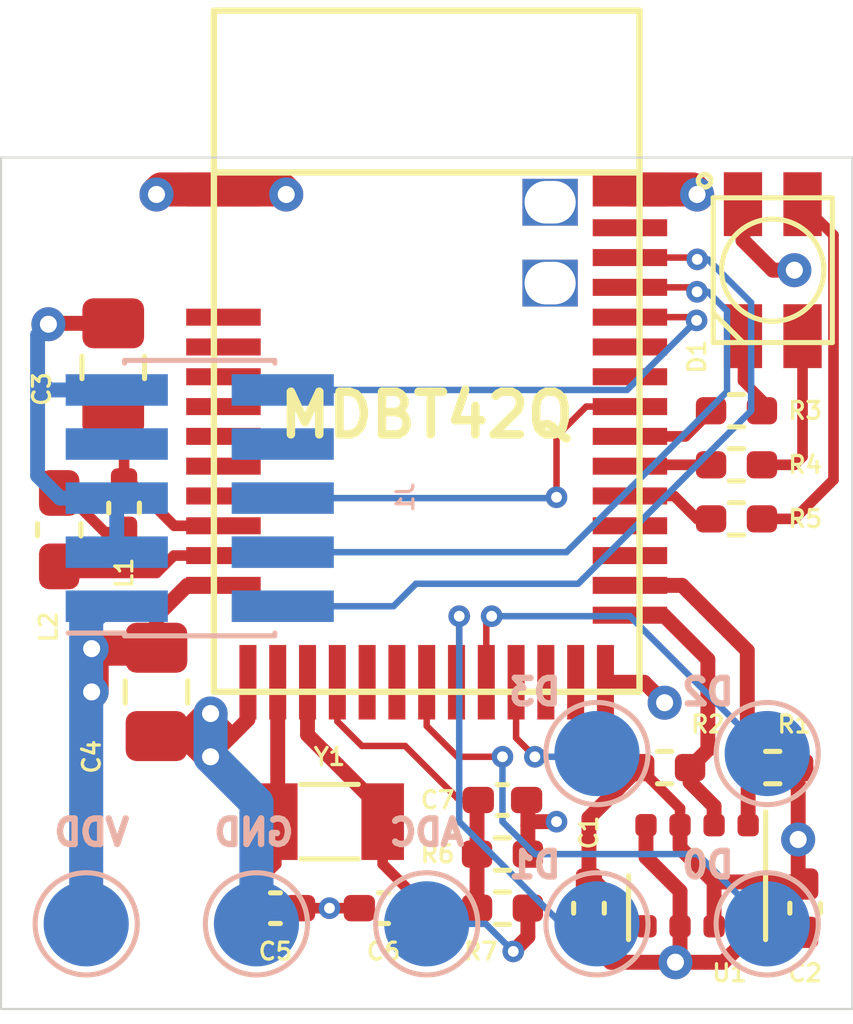
<source format=kicad_pcb>
(kicad_pcb (version 20171130) (host pcbnew "(5.1.10-1-10_14)")

  (general
    (thickness 1.6)
    (drawings 11)
    (tracks 228)
    (zones 0)
    (modules 28)
    (nets 46)
  )

  (page A4)
  (layers
    (0 F.Cu signal)
    (1 In1.Cu signal)
    (2 In2.Cu signal)
    (31 B.Cu signal)
    (32 B.Adhes user)
    (33 F.Adhes user)
    (34 B.Paste user)
    (35 F.Paste user)
    (36 B.SilkS user)
    (37 F.SilkS user)
    (38 B.Mask user)
    (39 F.Mask user)
    (40 Dwgs.User user)
    (41 Cmts.User user)
    (42 Eco1.User user)
    (43 Eco2.User user)
    (44 Edge.Cuts user)
    (45 Margin user)
    (46 B.CrtYd user)
    (47 F.CrtYd user)
    (48 B.Fab user hide)
    (49 F.Fab user hide)
  )

  (setup
    (last_trace_width 0.8)
    (user_trace_width 0.1524)
    (user_trace_width 0.25)
    (user_trace_width 0.35)
    (user_trace_width 0.45)
    (user_trace_width 0.55)
    (user_trace_width 0.65)
    (user_trace_width 0.8)
    (user_trace_width 1)
    (user_trace_width 1.5)
    (user_trace_width 2)
    (user_trace_width 3)
    (trace_clearance 0.1524)
    (zone_clearance 0.254)
    (zone_45_only no)
    (trace_min 0.1524)
    (via_size 0.8)
    (via_drill 0.4)
    (via_min_size 0.508)
    (via_min_drill 0.254)
    (user_via 0.508 0.254)
    (uvia_size 0.3)
    (uvia_drill 0.1)
    (uvias_allowed no)
    (uvia_min_size 0.2)
    (uvia_min_drill 0.1)
    (edge_width 0.05)
    (segment_width 0.2)
    (pcb_text_width 0.3)
    (pcb_text_size 1.5 1.5)
    (mod_edge_width 0.12)
    (mod_text_size 0.4 0.4)
    (mod_text_width 0.0762)
    (pad_size 1.524 1.524)
    (pad_drill 0.762)
    (pad_to_mask_clearance 0)
    (aux_axis_origin 0 0)
    (visible_elements FFFDFF7F)
    (pcbplotparams
      (layerselection 0x010fc_ffffffff)
      (usegerberextensions false)
      (usegerberattributes true)
      (usegerberadvancedattributes true)
      (creategerberjobfile true)
      (excludeedgelayer true)
      (linewidth 0.100000)
      (plotframeref false)
      (viasonmask false)
      (mode 1)
      (useauxorigin false)
      (hpglpennumber 1)
      (hpglpenspeed 20)
      (hpglpendiameter 15.000000)
      (psnegative false)
      (psa4output false)
      (plotreference true)
      (plotvalue true)
      (plotinvisibletext false)
      (padsonsilk false)
      (subtractmaskfromsilk false)
      (outputformat 1)
      (mirror false)
      (drillshape 1)
      (scaleselection 1)
      (outputdirectory ""))
  )

  (net 0 "")
  (net 1 VDD)
  (net 2 GND)
  (net 3 "Net-(C3-Pad1)")
  (net 4 "Net-(C5-Pad1)")
  (net 5 "Net-(C6-Pad1)")
  (net 6 "Net-(D1-Pad4)")
  (net 7 "Net-(D1-Pad2)")
  (net 8 "Net-(D1-Pad3)")
  (net 9 /RESET)
  (net 10 "Net-(J1-Pad8)")
  (net 11 "Net-(J1-Pad7)")
  (net 12 /SWO)
  (net 13 /SWDCLK)
  (net 14 /SWDIO)
  (net 15 "Net-(L1-Pad2)")
  (net 16 "Net-(L2-Pad2)")
  (net 17 /I2C_SCL)
  (net 18 /I2C_SDA)
  (net 19 /LED_R)
  (net 20 /LED_G)
  (net 21 /LED_B)
  (net 22 "Net-(U2-Pad40)")
  (net 23 "Net-(U2-Pad2)")
  (net 24 "Net-(U2-Pad3)")
  (net 25 "Net-(U2-Pad4)")
  (net 26 "Net-(U2-Pad5)")
  (net 27 "Net-(U2-Pad6)")
  (net 28 "Net-(U2-Pad7)")
  (net 29 "Net-(U2-Pad8)")
  (net 30 "Net-(U2-Pad16)")
  (net 31 "Net-(U2-Pad17)")
  (net 32 "Net-(U2-Pad22)")
  (net 33 "Net-(U2-Pad23)")
  (net 34 "Net-(U2-Pad27)")
  (net 35 "Net-(U2-Pad28)")
  (net 36 "Net-(U2-Pad33)")
  (net 37 "Net-(U2-Pad34)")
  (net 38 "Net-(U2-Pad38)")
  (net 39 "Net-(U2-Pad41)")
  (net 40 /ADC)
  (net 41 /D0)
  (net 42 /D1)
  (net 43 /D2)
  (net 44 /D3)
  (net 45 "Net-(J8-Pad1)")

  (net_class Default "This is the default net class."
    (clearance 0.1524)
    (trace_width 0.25)
    (via_dia 0.8)
    (via_drill 0.4)
    (uvia_dia 0.3)
    (uvia_drill 0.1)
    (add_net /ADC)
    (add_net /D0)
    (add_net /D1)
    (add_net /D2)
    (add_net /D3)
    (add_net /I2C_SCL)
    (add_net /I2C_SDA)
    (add_net /LED_B)
    (add_net /LED_G)
    (add_net /LED_R)
    (add_net /RESET)
    (add_net /SWDCLK)
    (add_net /SWDIO)
    (add_net /SWO)
    (add_net GND)
    (add_net "Net-(C3-Pad1)")
    (add_net "Net-(C5-Pad1)")
    (add_net "Net-(C6-Pad1)")
    (add_net "Net-(D1-Pad2)")
    (add_net "Net-(D1-Pad3)")
    (add_net "Net-(D1-Pad4)")
    (add_net "Net-(J1-Pad7)")
    (add_net "Net-(J1-Pad8)")
    (add_net "Net-(J8-Pad1)")
    (add_net "Net-(L1-Pad2)")
    (add_net "Net-(L2-Pad2)")
    (add_net "Net-(U2-Pad16)")
    (add_net "Net-(U2-Pad17)")
    (add_net "Net-(U2-Pad2)")
    (add_net "Net-(U2-Pad22)")
    (add_net "Net-(U2-Pad23)")
    (add_net "Net-(U2-Pad27)")
    (add_net "Net-(U2-Pad28)")
    (add_net "Net-(U2-Pad3)")
    (add_net "Net-(U2-Pad33)")
    (add_net "Net-(U2-Pad34)")
    (add_net "Net-(U2-Pad38)")
    (add_net "Net-(U2-Pad4)")
    (add_net "Net-(U2-Pad40)")
    (add_net "Net-(U2-Pad41)")
    (add_net "Net-(U2-Pad5)")
    (add_net "Net-(U2-Pad6)")
    (add_net "Net-(U2-Pad7)")
    (add_net "Net-(U2-Pad8)")
    (add_net VDD)
  )

  (module Resistor_SMD:R_0402_1005Metric_Pad0.72x0.64mm_HandSolder (layer F.Cu) (tedit 5F6BB9E0) (tstamp 61228064)
    (at 144.78 103.632 180)
    (descr "Resistor SMD 0402 (1005 Metric), square (rectangular) end terminal, IPC_7351 nominal with elongated pad for handsoldering. (Body size source: IPC-SM-782 page 72, https://www.pcb-3d.com/wordpress/wp-content/uploads/ipc-sm-782a_amendment_1_and_2.pdf), generated with kicad-footprint-generator")
    (tags "resistor handsolder")
    (path /612494E4)
    (attr smd)
    (fp_text reference R7 (at 0.508 -1.016) (layer F.SilkS)
      (effects (font (size 0.4 0.4) (thickness 0.0762)))
    )
    (fp_text value R (at 0 1.17) (layer F.Fab)
      (effects (font (size 1 1) (thickness 0.15)))
    )
    (fp_line (start -0.525 0.27) (end -0.525 -0.27) (layer F.Fab) (width 0.1))
    (fp_line (start -0.525 -0.27) (end 0.525 -0.27) (layer F.Fab) (width 0.1))
    (fp_line (start 0.525 -0.27) (end 0.525 0.27) (layer F.Fab) (width 0.1))
    (fp_line (start 0.525 0.27) (end -0.525 0.27) (layer F.Fab) (width 0.1))
    (fp_line (start -0.167621 -0.38) (end 0.167621 -0.38) (layer F.SilkS) (width 0.12))
    (fp_line (start -0.167621 0.38) (end 0.167621 0.38) (layer F.SilkS) (width 0.12))
    (fp_line (start -1.1 0.47) (end -1.1 -0.47) (layer F.CrtYd) (width 0.05))
    (fp_line (start -1.1 -0.47) (end 1.1 -0.47) (layer F.CrtYd) (width 0.05))
    (fp_line (start 1.1 -0.47) (end 1.1 0.47) (layer F.CrtYd) (width 0.05))
    (fp_line (start 1.1 0.47) (end -1.1 0.47) (layer F.CrtYd) (width 0.05))
    (fp_text user %R (at 0 0) (layer F.Fab)
      (effects (font (size 0.4 0.4) (thickness 0.0762)))
    )
    (pad 2 smd roundrect (at 0.5975 0 180) (size 0.715 0.64) (layers F.Cu F.Paste F.Mask) (roundrect_rratio 0.25)
      (net 40 /ADC))
    (pad 1 smd roundrect (at -0.5975 0 180) (size 0.715 0.64) (layers F.Cu F.Paste F.Mask) (roundrect_rratio 0.25)
      (net 45 "Net-(J8-Pad1)"))
    (model ${KISYS3DMOD}/Resistor_SMD.3dshapes/R_0402_1005Metric.wrl
      (at (xyz 0 0 0))
      (scale (xyz 1 1 1))
      (rotate (xyz 0 0 0))
    )
  )

  (module Resistor_SMD:R_0402_1005Metric_Pad0.72x0.64mm_HandSolder (layer F.Cu) (tedit 5F6BB9E0) (tstamp 61228053)
    (at 144.78 102.362 180)
    (descr "Resistor SMD 0402 (1005 Metric), square (rectangular) end terminal, IPC_7351 nominal with elongated pad for handsoldering. (Body size source: IPC-SM-782 page 72, https://www.pcb-3d.com/wordpress/wp-content/uploads/ipc-sm-782a_amendment_1_and_2.pdf), generated with kicad-footprint-generator")
    (tags "resistor handsolder")
    (path /6124A3F2)
    (attr smd)
    (fp_text reference R6 (at 1.524 0) (layer F.SilkS)
      (effects (font (size 0.4 0.4) (thickness 0.0762)))
    )
    (fp_text value R (at 0 1.17) (layer F.Fab)
      (effects (font (size 1 1) (thickness 0.15)))
    )
    (fp_line (start -0.525 0.27) (end -0.525 -0.27) (layer F.Fab) (width 0.1))
    (fp_line (start -0.525 -0.27) (end 0.525 -0.27) (layer F.Fab) (width 0.1))
    (fp_line (start 0.525 -0.27) (end 0.525 0.27) (layer F.Fab) (width 0.1))
    (fp_line (start 0.525 0.27) (end -0.525 0.27) (layer F.Fab) (width 0.1))
    (fp_line (start -0.167621 -0.38) (end 0.167621 -0.38) (layer F.SilkS) (width 0.12))
    (fp_line (start -0.167621 0.38) (end 0.167621 0.38) (layer F.SilkS) (width 0.12))
    (fp_line (start -1.1 0.47) (end -1.1 -0.47) (layer F.CrtYd) (width 0.05))
    (fp_line (start -1.1 -0.47) (end 1.1 -0.47) (layer F.CrtYd) (width 0.05))
    (fp_line (start 1.1 -0.47) (end 1.1 0.47) (layer F.CrtYd) (width 0.05))
    (fp_line (start 1.1 0.47) (end -1.1 0.47) (layer F.CrtYd) (width 0.05))
    (fp_text user %R (at 0 0) (layer F.Fab)
      (effects (font (size 0.4 0.4) (thickness 0.0762)))
    )
    (pad 2 smd roundrect (at 0.5975 0 180) (size 0.715 0.64) (layers F.Cu F.Paste F.Mask) (roundrect_rratio 0.25)
      (net 40 /ADC))
    (pad 1 smd roundrect (at -0.5975 0 180) (size 0.715 0.64) (layers F.Cu F.Paste F.Mask) (roundrect_rratio 0.25)
      (net 2 GND))
    (model ${KISYS3DMOD}/Resistor_SMD.3dshapes/R_0402_1005Metric.wrl
      (at (xyz 0 0 0))
      (scale (xyz 1 1 1))
      (rotate (xyz 0 0 0))
    )
  )

  (module TestPoint:TestPoint_Pad_D2.0mm (layer B.Cu) (tedit 5A0F774F) (tstamp 61228513)
    (at 143 104)
    (descr "SMD pad as test Point, diameter 2.0mm")
    (tags "test point SMD pad")
    (path /6122F771)
    (attr virtual)
    (fp_text reference J8 (at -1.522 1.41) (layer B.SilkS) hide
      (effects (font (size 0.4 0.4) (thickness 0.0762)) (justify mirror))
    )
    (fp_text value Conn_01x01 (at 0 -2.05) (layer B.Fab)
      (effects (font (size 1 1) (thickness 0.15)) (justify mirror))
    )
    (fp_circle (center 0 0) (end 1.5 0) (layer B.CrtYd) (width 0.05))
    (fp_circle (center 0 0) (end 0 -1.2) (layer B.SilkS) (width 0.12))
    (fp_text user %R (at 0 2) (layer B.Fab)
      (effects (font (size 0.4 0.4) (thickness 0.0762)) (justify mirror))
    )
    (pad 1 smd circle (at 0 0) (size 2 2) (layers B.Cu B.Mask)
      (net 45 "Net-(J8-Pad1)"))
  )

  (module TestPoint:TestPoint_Pad_D2.0mm (layer B.Cu) (tedit 5A0F774F) (tstamp 61227F5A)
    (at 147 100)
    (descr "SMD pad as test Point, diameter 2.0mm")
    (tags "test point SMD pad")
    (path /61236B80)
    (attr virtual)
    (fp_text reference J7 (at -1.458 1.346) (layer B.SilkS) hide
      (effects (font (size 0.4 0.4) (thickness 0.0762)) (justify mirror))
    )
    (fp_text value Conn_01x01 (at 0 -2.05) (layer B.Fab)
      (effects (font (size 1 1) (thickness 0.15)) (justify mirror))
    )
    (fp_circle (center 0 0) (end 1.5 0) (layer B.CrtYd) (width 0.05))
    (fp_circle (center 0 0) (end 0 -1.2) (layer B.SilkS) (width 0.12))
    (fp_text user %R (at 0 2) (layer B.Fab)
      (effects (font (size 0.4 0.4) (thickness 0.0762)) (justify mirror))
    )
    (pad 1 smd circle (at 0 0) (size 2 2) (layers B.Cu B.Mask)
      (net 44 /D3))
  )

  (module TestPoint:TestPoint_Pad_D2.0mm (layer B.Cu) (tedit 5A0F774F) (tstamp 61227F52)
    (at 151 100)
    (descr "SMD pad as test Point, diameter 2.0mm")
    (tags "test point SMD pad")
    (path /61236618)
    (attr virtual)
    (fp_text reference J6 (at -1.394 1.346) (layer B.SilkS) hide
      (effects (font (size 0.4 0.4) (thickness 0.0762)) (justify mirror))
    )
    (fp_text value Conn_01x01 (at 0 -2.05) (layer B.Fab)
      (effects (font (size 1 1) (thickness 0.15)) (justify mirror))
    )
    (fp_circle (center 0 0) (end 1.5 0) (layer B.CrtYd) (width 0.05))
    (fp_circle (center 0 0) (end 0 -1.2) (layer B.SilkS) (width 0.12))
    (fp_text user %R (at 0 2) (layer B.Fab)
      (effects (font (size 0.4 0.4) (thickness 0.0762)) (justify mirror))
    )
    (pad 1 smd circle (at 0 0) (size 2 2) (layers B.Cu B.Mask)
      (net 43 /D2))
  )

  (module TestPoint:TestPoint_Pad_D2.0mm (layer B.Cu) (tedit 5A0F774F) (tstamp 61227F4A)
    (at 147 104)
    (descr "SMD pad as test Point, diameter 2.0mm")
    (tags "test point SMD pad")
    (path /61235FF7)
    (attr virtual)
    (fp_text reference J5 (at -1.458 1.41) (layer B.SilkS) hide
      (effects (font (size 0.4 0.4) (thickness 0.0762)) (justify mirror))
    )
    (fp_text value Conn_01x01 (at 0 -2.05) (layer B.Fab)
      (effects (font (size 1 1) (thickness 0.15)) (justify mirror))
    )
    (fp_circle (center 0 0) (end 1.5 0) (layer B.CrtYd) (width 0.05))
    (fp_circle (center 0 0) (end 0 -1.2) (layer B.SilkS) (width 0.12))
    (fp_text user %R (at 0 2) (layer B.Fab)
      (effects (font (size 0.4 0.4) (thickness 0.0762)) (justify mirror))
    )
    (pad 1 smd circle (at 0 0) (size 2 2) (layers B.Cu B.Mask)
      (net 42 /D1))
  )

  (module TestPoint:TestPoint_Pad_D2.0mm (layer B.Cu) (tedit 5A0F774F) (tstamp 61227F42)
    (at 151 104)
    (descr "SMD pad as test Point, diameter 2.0mm")
    (tags "test point SMD pad")
    (path /61232A93)
    (attr virtual)
    (fp_text reference J4 (at -1.394 1.41) (layer B.SilkS) hide
      (effects (font (size 0.4 0.4) (thickness 0.0762)) (justify mirror))
    )
    (fp_text value Conn_01x01 (at 0 -2.05) (layer B.Fab)
      (effects (font (size 1 1) (thickness 0.15)) (justify mirror))
    )
    (fp_circle (center 0 0) (end 1.5 0) (layer B.CrtYd) (width 0.05))
    (fp_circle (center 0 0) (end 0 -1.2) (layer B.SilkS) (width 0.12))
    (fp_text user %R (at 0 2) (layer B.Fab)
      (effects (font (size 0.4 0.4) (thickness 0.0762)) (justify mirror))
    )
    (pad 1 smd circle (at 0 0) (size 2 2) (layers B.Cu B.Mask)
      (net 41 /D0))
  )

  (module TestPoint:TestPoint_Pad_D2.0mm (layer B.Cu) (tedit 5A0F774F) (tstamp 61227F3A)
    (at 139 104)
    (descr "SMD pad as test Point, diameter 2.0mm")
    (tags "test point SMD pad")
    (path /61228FB3)
    (attr virtual)
    (fp_text reference J3 (at -1.332 1.41) (layer B.SilkS) hide
      (effects (font (size 0.4 0.4) (thickness 0.0762)) (justify mirror))
    )
    (fp_text value Conn_01x01 (at 0 -2.05) (layer B.Fab)
      (effects (font (size 1 1) (thickness 0.15)) (justify mirror))
    )
    (fp_circle (center 0 0) (end 1.5 0) (layer B.CrtYd) (width 0.05))
    (fp_circle (center 0 0) (end 0 -1.2) (layer B.SilkS) (width 0.12))
    (fp_text user %R (at 0 2) (layer B.Fab)
      (effects (font (size 0.4 0.4) (thickness 0.0762)) (justify mirror))
    )
    (pad 1 smd circle (at 0 0) (size 2 2) (layers B.Cu B.Mask)
      (net 2 GND))
  )

  (module TestPoint:TestPoint_Pad_D2.0mm (layer B.Cu) (tedit 5A0F774F) (tstamp 6122844E)
    (at 135 104)
    (descr "SMD pad as test Point, diameter 2.0mm")
    (tags "test point SMD pad")
    (path /612245A6)
    (attr virtual)
    (fp_text reference J2 (at -1.396 1.41) (layer B.SilkS) hide
      (effects (font (size 0.4 0.4) (thickness 0.0762)) (justify mirror))
    )
    (fp_text value Conn_01x01 (at 0 -2.05) (layer B.Fab)
      (effects (font (size 1 1) (thickness 0.15)) (justify mirror))
    )
    (fp_circle (center 0 0) (end 1.5 0) (layer B.CrtYd) (width 0.05))
    (fp_circle (center 0 0) (end 0 -1.2) (layer B.SilkS) (width 0.12))
    (fp_text user %R (at 0 2) (layer B.Fab)
      (effects (font (size 0.4 0.4) (thickness 0.0762)) (justify mirror))
    )
    (pad 1 smd circle (at 0 0) (size 2 2) (layers B.Cu B.Mask)
      (net 1 VDD))
  )

  (module Capacitor_SMD:C_0402_1005Metric_Pad0.74x0.62mm_HandSolder (layer F.Cu) (tedit 5F6BB22C) (tstamp 61227E96)
    (at 144.78 101.092 180)
    (descr "Capacitor SMD 0402 (1005 Metric), square (rectangular) end terminal, IPC_7351 nominal with elongated pad for handsoldering. (Body size source: IPC-SM-782 page 76, https://www.pcb-3d.com/wordpress/wp-content/uploads/ipc-sm-782a_amendment_1_and_2.pdf), generated with kicad-footprint-generator")
    (tags "capacitor handsolder")
    (path /6124ACEB)
    (attr smd)
    (fp_text reference C7 (at 1.524 0) (layer F.SilkS)
      (effects (font (size 0.4 0.4) (thickness 0.0762)))
    )
    (fp_text value "10 n" (at 0 1.16) (layer F.Fab)
      (effects (font (size 1 1) (thickness 0.15)))
    )
    (fp_line (start -0.5 0.25) (end -0.5 -0.25) (layer F.Fab) (width 0.1))
    (fp_line (start -0.5 -0.25) (end 0.5 -0.25) (layer F.Fab) (width 0.1))
    (fp_line (start 0.5 -0.25) (end 0.5 0.25) (layer F.Fab) (width 0.1))
    (fp_line (start 0.5 0.25) (end -0.5 0.25) (layer F.Fab) (width 0.1))
    (fp_line (start -0.115835 -0.36) (end 0.115835 -0.36) (layer F.SilkS) (width 0.12))
    (fp_line (start -0.115835 0.36) (end 0.115835 0.36) (layer F.SilkS) (width 0.12))
    (fp_line (start -1.08 0.46) (end -1.08 -0.46) (layer F.CrtYd) (width 0.05))
    (fp_line (start -1.08 -0.46) (end 1.08 -0.46) (layer F.CrtYd) (width 0.05))
    (fp_line (start 1.08 -0.46) (end 1.08 0.46) (layer F.CrtYd) (width 0.05))
    (fp_line (start 1.08 0.46) (end -1.08 0.46) (layer F.CrtYd) (width 0.05))
    (fp_text user %R (at 0 0) (layer F.Fab)
      (effects (font (size 0.4 0.4) (thickness 0.0762)))
    )
    (pad 2 smd roundrect (at 0.5675 0 180) (size 0.735 0.62) (layers F.Cu F.Paste F.Mask) (roundrect_rratio 0.25)
      (net 40 /ADC))
    (pad 1 smd roundrect (at -0.5675 0 180) (size 0.735 0.62) (layers F.Cu F.Paste F.Mask) (roundrect_rratio 0.25)
      (net 2 GND))
    (model ${KISYS3DMOD}/Capacitor_SMD.3dshapes/C_0402_1005Metric.wrl
      (at (xyz 0 0 0))
      (scale (xyz 1 1 1))
      (rotate (xyz 0 0 0))
    )
  )

  (module Crystal:Crystal_SMD_3215-2Pin_3.2x1.5mm (layer F.Cu) (tedit 5A0FD1B2) (tstamp 612158AD)
    (at 140.716 101.6 180)
    (descr "SMD Crystal FC-135 https://support.epson.biz/td/api/doc_check.php?dl=brief_FC-135R_en.pdf")
    (tags "SMD SMT Crystal")
    (path /61202DE7)
    (attr smd)
    (fp_text reference Y1 (at 0 1.524) (layer F.SilkS)
      (effects (font (size 0.4 0.4) (thickness 0.0762)))
    )
    (fp_text value "32.768 kHz 9 pF FC-135" (at 0 2) (layer F.Fab)
      (effects (font (size 1 1) (thickness 0.15)))
    )
    (fp_line (start -2 -1.15) (end 2 -1.15) (layer F.CrtYd) (width 0.05))
    (fp_line (start -1.6 -0.75) (end -1.6 0.75) (layer F.Fab) (width 0.1))
    (fp_line (start -0.675 0.875) (end 0.675 0.875) (layer F.SilkS) (width 0.12))
    (fp_line (start -0.675 -0.875) (end 0.675 -0.875) (layer F.SilkS) (width 0.12))
    (fp_line (start 1.6 -0.75) (end 1.6 0.75) (layer F.Fab) (width 0.1))
    (fp_line (start -1.6 -0.75) (end 1.6 -0.75) (layer F.Fab) (width 0.1))
    (fp_line (start -1.6 0.75) (end 1.6 0.75) (layer F.Fab) (width 0.1))
    (fp_line (start -2 1.15) (end 2 1.15) (layer F.CrtYd) (width 0.05))
    (fp_line (start -2 -1.15) (end -2 1.15) (layer F.CrtYd) (width 0.05))
    (fp_line (start 2 -1.15) (end 2 1.15) (layer F.CrtYd) (width 0.05))
    (fp_text user %R (at 0 -2) (layer F.Fab)
      (effects (font (size 0.4 0.4) (thickness 0.0762)))
    )
    (pad 2 smd rect (at -1.25 0 180) (size 1 1.8) (layers F.Cu F.Paste F.Mask)
      (net 5 "Net-(C6-Pad1)"))
    (pad 1 smd rect (at 1.25 0 180) (size 1 1.8) (layers F.Cu F.Paste F.Mask)
      (net 4 "Net-(C5-Pad1)"))
    (model ${KISYS3DMOD}/Crystal.3dshapes/Crystal_SMD_3215-2Pin_3.2x1.5mm.wrl
      (at (xyz 0 0 0))
      (scale (xyz 1 1 1))
      (rotate (xyz 0 0 0))
    )
  )

  (module mdbt:MDBT42Q (layer F.Cu) (tedit 597D7639) (tstamp 61216E26)
    (at 143 82.55)
    (path /611973F1)
    (fp_text reference U2 (at 0 11.5) (layer F.SilkS) hide
      (effects (font (size 0.4 0.4) (thickness 0.0762)))
    )
    (fp_text value MDBT42Q (at 0 9.5) (layer F.SilkS)
      (effects (font (size 1 1) (thickness 0.2)))
    )
    (fp_line (start -5 3.8) (end 5 3.8) (layer F.SilkS) (width 0.15))
    (fp_line (start 5 0) (end 5 16) (layer F.SilkS) (width 0.15))
    (fp_line (start 5 16) (end -5 16) (layer F.SilkS) (width 0.15))
    (fp_line (start -5 16) (end -5 0) (layer F.SilkS) (width 0.15))
    (fp_line (start -5 0) (end 5 0) (layer F.SilkS) (width 0.15))
    (pad 40 thru_hole rect (at 2.9 4.5) (size 1.3 1.1) (drill oval 1.2 1) (layers *.Cu *.Mask)
      (net 22 "Net-(U2-Pad40)"))
    (pad 2 smd rect (at -4.775 7.2) (size 1.75 0.4) (layers F.Cu F.Paste F.Mask)
      (net 23 "Net-(U2-Pad2)"))
    (pad 1 smd rect (at -4.775 4.2) (size 1.75 0.8) (layers F.Cu F.Paste F.Mask)
      (net 2 GND))
    (pad 3 smd rect (at -4.775 7.9) (size 1.75 0.4) (layers F.Cu F.Paste F.Mask)
      (net 24 "Net-(U2-Pad3)"))
    (pad 4 smd rect (at -4.775 8.6) (size 1.75 0.4) (layers F.Cu F.Paste F.Mask)
      (net 25 "Net-(U2-Pad4)"))
    (pad 5 smd rect (at -4.775 9.3) (size 1.75 0.4) (layers F.Cu F.Paste F.Mask)
      (net 26 "Net-(U2-Pad5)"))
    (pad 6 smd rect (at -4.775 10) (size 1.75 0.4) (layers F.Cu F.Paste F.Mask)
      (net 27 "Net-(U2-Pad6)"))
    (pad 7 smd rect (at -4.775 10.7) (size 1.75 0.4) (layers F.Cu F.Paste F.Mask)
      (net 28 "Net-(U2-Pad7)"))
    (pad 8 smd rect (at -4.775 11.4) (size 1.75 0.4) (layers F.Cu F.Paste F.Mask)
      (net 29 "Net-(U2-Pad8)"))
    (pad 9 smd rect (at -4.775 12.1) (size 1.75 0.4) (layers F.Cu F.Paste F.Mask)
      (net 3 "Net-(C3-Pad1)"))
    (pad 10 smd rect (at -4.775 12.8) (size 1.75 0.4) (layers F.Cu F.Paste F.Mask)
      (net 16 "Net-(L2-Pad2)"))
    (pad 11 smd rect (at -4.775 13.5) (size 1.75 0.4) (layers F.Cu F.Paste F.Mask)
      (net 1 VDD))
    (pad 12 smd rect (at -4.2 15.775) (size 0.4 1.75) (layers F.Cu F.Paste F.Mask)
      (net 2 GND))
    (pad 13 smd rect (at -3.5 15.775) (size 0.4 1.75) (layers F.Cu F.Paste F.Mask)
      (net 4 "Net-(C5-Pad1)"))
    (pad 14 smd rect (at -2.8 15.775) (size 0.4 1.75) (layers F.Cu F.Paste F.Mask)
      (net 5 "Net-(C6-Pad1)"))
    (pad 15 smd rect (at -2.1 15.775) (size 0.4 1.75) (layers F.Cu F.Paste F.Mask)
      (net 40 /ADC))
    (pad 16 smd rect (at -1.4 15.775) (size 0.4 1.75) (layers F.Cu F.Paste F.Mask)
      (net 30 "Net-(U2-Pad16)"))
    (pad 17 smd rect (at -0.7 15.775) (size 0.4 1.75) (layers F.Cu F.Paste F.Mask)
      (net 31 "Net-(U2-Pad17)"))
    (pad 18 smd rect (at 0 15.775) (size 0.4 1.75) (layers F.Cu F.Paste F.Mask)
      (net 41 /D0))
    (pad 19 smd rect (at 0.7 15.775) (size 0.4 1.75) (layers F.Cu F.Paste F.Mask)
      (net 42 /D1))
    (pad 20 smd rect (at 1.4 15.775) (size 0.4 1.75) (layers F.Cu F.Paste F.Mask)
      (net 43 /D2))
    (pad 21 smd rect (at 2.1 15.775) (size 0.4 1.75) (layers F.Cu F.Paste F.Mask)
      (net 44 /D3))
    (pad 22 smd rect (at 2.8 15.775) (size 0.4 1.75) (layers F.Cu F.Paste F.Mask)
      (net 32 "Net-(U2-Pad22)"))
    (pad 23 smd rect (at 3.5 15.775) (size 0.4 1.75) (layers F.Cu F.Paste F.Mask)
      (net 33 "Net-(U2-Pad23)"))
    (pad 24 smd rect (at 4.2 15.775) (size 0.4 1.75) (layers F.Cu F.Paste F.Mask)
      (net 2 GND))
    (pad 26 smd rect (at 4.775 13.5) (size 1.75 0.4) (layers F.Cu F.Paste F.Mask)
      (net 17 /I2C_SCL))
    (pad 25 smd rect (at 4.775 14.2) (size 1.75 0.4) (layers F.Cu F.Paste F.Mask)
      (net 18 /I2C_SDA))
    (pad 27 smd rect (at 4.775 12.8) (size 1.75 0.4) (layers F.Cu F.Paste F.Mask)
      (net 34 "Net-(U2-Pad27)"))
    (pad 28 smd rect (at 4.775 12.1) (size 1.75 0.4) (layers F.Cu F.Paste F.Mask)
      (net 35 "Net-(U2-Pad28)"))
    (pad 29 smd rect (at 4.775 11.4) (size 1.75 0.4) (layers F.Cu F.Paste F.Mask)
      (net 21 /LED_B))
    (pad 30 smd rect (at 4.775 10.7) (size 1.75 0.4) (layers F.Cu F.Paste F.Mask)
      (net 20 /LED_G))
    (pad 31 smd rect (at 4.775 10) (size 1.75 0.4) (layers F.Cu F.Paste F.Mask)
      (net 19 /LED_R))
    (pad 32 smd rect (at 4.775 9.3) (size 1.75 0.4) (layers F.Cu F.Paste F.Mask)
      (net 12 /SWO))
    (pad 33 smd rect (at 4.775 8.6) (size 1.75 0.4) (layers F.Cu F.Paste F.Mask)
      (net 36 "Net-(U2-Pad33)"))
    (pad 34 smd rect (at 4.775 7.9) (size 1.75 0.4) (layers F.Cu F.Paste F.Mask)
      (net 37 "Net-(U2-Pad34)"))
    (pad 35 smd rect (at 4.775 7.2) (size 1.75 0.4) (layers F.Cu F.Paste F.Mask)
      (net 9 /RESET))
    (pad 36 smd rect (at 4.775 6.5) (size 1.75 0.4) (layers F.Cu F.Paste F.Mask)
      (net 13 /SWDCLK))
    (pad 37 smd rect (at 4.775 5.8) (size 1.75 0.4) (layers F.Cu F.Paste F.Mask)
      (net 14 /SWDIO))
    (pad 38 smd rect (at 4.775 5.1) (size 1.75 0.4) (layers F.Cu F.Paste F.Mask)
      (net 38 "Net-(U2-Pad38)"))
    (pad 39 smd rect (at 4.775 4.2) (size 1.75 0.8) (layers F.Cu F.Paste F.Mask)
      (net 2 GND))
    (pad 41 thru_hole rect (at 2.9 6.4) (size 1.3 1.1) (drill oval 1.2 1) (layers *.Cu *.Mask)
      (net 39 "Net-(U2-Pad41)"))
  )

  (module Package_LGA:Bosch_LGA-8_3x3mm_P0.8mm_ClockwisePinNumbering (layer F.Cu) (tedit 5D9F7937) (tstamp 61216278)
    (at 149.352 102.87)
    (descr "Bosch  LGA, 8 Pin (https://ae-bst.resource.bosch.com/media/_tech/media/datasheets/BST-BME680-DS001-00.pdf#page=44), generated with kicad-footprint-generator ipc_noLead_generator.py")
    (tags "Bosch LGA NoLead")
    (path /61199BC7)
    (attr smd)
    (fp_text reference U1 (at 0.762 2.286 180) (layer F.SilkS)
      (effects (font (size 0.4 0.4) (thickness 0.0762)))
    )
    (fp_text value BME680 (at 0 2.45) (layer F.Fab)
      (effects (font (size 1 1) (thickness 0.15)))
    )
    (fp_line (start -1.61 0) (end -1.61 1.5) (layer F.SilkS) (width 0.12))
    (fp_line (start 1.61 -1.5) (end 1.61 1.5) (layer F.SilkS) (width 0.12))
    (fp_line (start -0.75 -1.5) (end 1.5 -1.5) (layer F.Fab) (width 0.1))
    (fp_line (start 1.5 -1.5) (end 1.5 1.5) (layer F.Fab) (width 0.1))
    (fp_line (start 1.5 1.5) (end -1.5 1.5) (layer F.Fab) (width 0.1))
    (fp_line (start -1.5 1.5) (end -1.5 -0.75) (layer F.Fab) (width 0.1))
    (fp_line (start -1.5 -0.75) (end -0.75 -1.5) (layer F.Fab) (width 0.1))
    (fp_line (start -1.75 -1.75) (end -1.75 1.75) (layer F.CrtYd) (width 0.05))
    (fp_line (start -1.75 1.75) (end 1.75 1.75) (layer F.CrtYd) (width 0.05))
    (fp_line (start 1.75 1.75) (end 1.75 -1.75) (layer F.CrtYd) (width 0.05))
    (fp_line (start 1.75 -1.75) (end -1.75 -1.75) (layer F.CrtYd) (width 0.05))
    (fp_text user %R (at 0 0) (layer F.Fab)
      (effects (font (size 0.4 0.4) (thickness 0.0762)))
    )
    (pad 8 smd roundrect (at -1.2 1.1875) (size 0.5 0.525) (layers F.Cu F.Paste F.Mask) (roundrect_rratio 0.25)
      (net 1 VDD))
    (pad 7 smd roundrect (at -0.4 1.1875) (size 0.5 0.525) (layers F.Cu F.Paste F.Mask) (roundrect_rratio 0.25)
      (net 2 GND))
    (pad 6 smd roundrect (at 0.4 1.1875) (size 0.5 0.525) (layers F.Cu F.Paste F.Mask) (roundrect_rratio 0.25)
      (net 1 VDD))
    (pad 5 smd roundrect (at 1.2 1.1875) (size 0.5 0.525) (layers F.Cu F.Paste F.Mask) (roundrect_rratio 0.25)
      (net 2 GND))
    (pad 4 smd roundrect (at 1.2 -1.1875) (size 0.5 0.525) (layers F.Cu F.Paste F.Mask) (roundrect_rratio 0.25)
      (net 17 /I2C_SCL))
    (pad 3 smd roundrect (at 0.4 -1.1875) (size 0.5 0.525) (layers F.Cu F.Paste F.Mask) (roundrect_rratio 0.25)
      (net 18 /I2C_SDA))
    (pad 2 smd roundrect (at -0.4 -1.1875) (size 0.5 0.525) (layers F.Cu F.Paste F.Mask) (roundrect_rratio 0.25)
      (net 1 VDD))
    (pad 1 smd roundrect (at -1.2 -1.1875) (size 0.5 0.525) (layers F.Cu F.Paste F.Mask) (roundrect_rratio 0.25)
      (net 2 GND))
    (model ${KISYS3DMOD}/Package_LGA.3dshapes/Bosch_LGA-8_3x3mm_P0.8mm_ClockwisePinNumbering.wrl
      (at (xyz 0 0 0))
      (scale (xyz 1 1 1))
      (rotate (xyz 0 0 0))
    )
  )

  (module Resistor_SMD:R_0402_1005Metric_Pad0.72x0.64mm_HandSolder (layer F.Cu) (tedit 5F6BB9E0) (tstamp 61217013)
    (at 150.2785 94.488 180)
    (descr "Resistor SMD 0402 (1005 Metric), square (rectangular) end terminal, IPC_7351 nominal with elongated pad for handsoldering. (Body size source: IPC-SM-782 page 72, https://www.pcb-3d.com/wordpress/wp-content/uploads/ipc-sm-782a_amendment_1_and_2.pdf), generated with kicad-footprint-generator")
    (tags "resistor handsolder")
    (path /6125AFEB)
    (attr smd)
    (fp_text reference R5 (at -1.6135 0) (layer F.SilkS)
      (effects (font (size 0.4 0.4) (thickness 0.0762)))
    )
    (fp_text value R (at 0 1.17) (layer F.Fab)
      (effects (font (size 1 1) (thickness 0.15)))
    )
    (fp_line (start -0.525 0.27) (end -0.525 -0.27) (layer F.Fab) (width 0.1))
    (fp_line (start -0.525 -0.27) (end 0.525 -0.27) (layer F.Fab) (width 0.1))
    (fp_line (start 0.525 -0.27) (end 0.525 0.27) (layer F.Fab) (width 0.1))
    (fp_line (start 0.525 0.27) (end -0.525 0.27) (layer F.Fab) (width 0.1))
    (fp_line (start -0.167621 -0.38) (end 0.167621 -0.38) (layer F.SilkS) (width 0.12))
    (fp_line (start -0.167621 0.38) (end 0.167621 0.38) (layer F.SilkS) (width 0.12))
    (fp_line (start -1.1 0.47) (end -1.1 -0.47) (layer F.CrtYd) (width 0.05))
    (fp_line (start -1.1 -0.47) (end 1.1 -0.47) (layer F.CrtYd) (width 0.05))
    (fp_line (start 1.1 -0.47) (end 1.1 0.47) (layer F.CrtYd) (width 0.05))
    (fp_line (start 1.1 0.47) (end -1.1 0.47) (layer F.CrtYd) (width 0.05))
    (fp_text user %R (at 0 0) (layer F.Fab)
      (effects (font (size 0.4 0.4) (thickness 0.0762)))
    )
    (pad 2 smd roundrect (at 0.5975 0 180) (size 0.715 0.64) (layers F.Cu F.Paste F.Mask) (roundrect_rratio 0.25)
      (net 21 /LED_B))
    (pad 1 smd roundrect (at -0.5975 0 180) (size 0.715 0.64) (layers F.Cu F.Paste F.Mask) (roundrect_rratio 0.25)
      (net 7 "Net-(D1-Pad2)"))
    (model ${KISYS3DMOD}/Resistor_SMD.3dshapes/R_0402_1005Metric.wrl
      (at (xyz 0 0 0))
      (scale (xyz 1 1 1))
      (rotate (xyz 0 0 0))
    )
  )

  (module Resistor_SMD:R_0402_1005Metric_Pad0.72x0.64mm_HandSolder (layer F.Cu) (tedit 5F6BB9E0) (tstamp 61216FB0)
    (at 150.2785 93.218 180)
    (descr "Resistor SMD 0402 (1005 Metric), square (rectangular) end terminal, IPC_7351 nominal with elongated pad for handsoldering. (Body size source: IPC-SM-782 page 72, https://www.pcb-3d.com/wordpress/wp-content/uploads/ipc-sm-782a_amendment_1_and_2.pdf), generated with kicad-footprint-generator")
    (tags "resistor handsolder")
    (path /6125AD66)
    (attr smd)
    (fp_text reference R4 (at -1.6135 0) (layer F.SilkS)
      (effects (font (size 0.4 0.4) (thickness 0.0762)))
    )
    (fp_text value R (at 0 1.17) (layer F.Fab)
      (effects (font (size 1 1) (thickness 0.15)))
    )
    (fp_line (start -0.525 0.27) (end -0.525 -0.27) (layer F.Fab) (width 0.1))
    (fp_line (start -0.525 -0.27) (end 0.525 -0.27) (layer F.Fab) (width 0.1))
    (fp_line (start 0.525 -0.27) (end 0.525 0.27) (layer F.Fab) (width 0.1))
    (fp_line (start 0.525 0.27) (end -0.525 0.27) (layer F.Fab) (width 0.1))
    (fp_line (start -0.167621 -0.38) (end 0.167621 -0.38) (layer F.SilkS) (width 0.12))
    (fp_line (start -0.167621 0.38) (end 0.167621 0.38) (layer F.SilkS) (width 0.12))
    (fp_line (start -1.1 0.47) (end -1.1 -0.47) (layer F.CrtYd) (width 0.05))
    (fp_line (start -1.1 -0.47) (end 1.1 -0.47) (layer F.CrtYd) (width 0.05))
    (fp_line (start 1.1 -0.47) (end 1.1 0.47) (layer F.CrtYd) (width 0.05))
    (fp_line (start 1.1 0.47) (end -1.1 0.47) (layer F.CrtYd) (width 0.05))
    (fp_text user %R (at 0 0) (layer F.Fab)
      (effects (font (size 0.4 0.4) (thickness 0.0762)))
    )
    (pad 2 smd roundrect (at 0.5975 0 180) (size 0.715 0.64) (layers F.Cu F.Paste F.Mask) (roundrect_rratio 0.25)
      (net 20 /LED_G))
    (pad 1 smd roundrect (at -0.5975 0 180) (size 0.715 0.64) (layers F.Cu F.Paste F.Mask) (roundrect_rratio 0.25)
      (net 6 "Net-(D1-Pad4)"))
    (model ${KISYS3DMOD}/Resistor_SMD.3dshapes/R_0402_1005Metric.wrl
      (at (xyz 0 0 0))
      (scale (xyz 1 1 1))
      (rotate (xyz 0 0 0))
    )
  )

  (module Resistor_SMD:R_0402_1005Metric_Pad0.72x0.64mm_HandSolder (layer F.Cu) (tedit 5F6BB9E0) (tstamp 61216396)
    (at 150.2785 91.948 180)
    (descr "Resistor SMD 0402 (1005 Metric), square (rectangular) end terminal, IPC_7351 nominal with elongated pad for handsoldering. (Body size source: IPC-SM-782 page 72, https://www.pcb-3d.com/wordpress/wp-content/uploads/ipc-sm-782a_amendment_1_and_2.pdf), generated with kicad-footprint-generator")
    (tags "resistor handsolder")
    (path /611DA48C)
    (attr smd)
    (fp_text reference R3 (at -1.6135 0) (layer F.SilkS)
      (effects (font (size 0.4 0.4) (thickness 0.0762)))
    )
    (fp_text value R (at 0 1.17) (layer F.Fab)
      (effects (font (size 1 1) (thickness 0.15)))
    )
    (fp_line (start -0.525 0.27) (end -0.525 -0.27) (layer F.Fab) (width 0.1))
    (fp_line (start -0.525 -0.27) (end 0.525 -0.27) (layer F.Fab) (width 0.1))
    (fp_line (start 0.525 -0.27) (end 0.525 0.27) (layer F.Fab) (width 0.1))
    (fp_line (start 0.525 0.27) (end -0.525 0.27) (layer F.Fab) (width 0.1))
    (fp_line (start -0.167621 -0.38) (end 0.167621 -0.38) (layer F.SilkS) (width 0.12))
    (fp_line (start -0.167621 0.38) (end 0.167621 0.38) (layer F.SilkS) (width 0.12))
    (fp_line (start -1.1 0.47) (end -1.1 -0.47) (layer F.CrtYd) (width 0.05))
    (fp_line (start -1.1 -0.47) (end 1.1 -0.47) (layer F.CrtYd) (width 0.05))
    (fp_line (start 1.1 -0.47) (end 1.1 0.47) (layer F.CrtYd) (width 0.05))
    (fp_line (start 1.1 0.47) (end -1.1 0.47) (layer F.CrtYd) (width 0.05))
    (fp_text user %R (at -1.6135 0) (layer F.Fab)
      (effects (font (size 0.4 0.4) (thickness 0.0762)))
    )
    (pad 2 smd roundrect (at 0.5975 0 180) (size 0.715 0.64) (layers F.Cu F.Paste F.Mask) (roundrect_rratio 0.25)
      (net 19 /LED_R))
    (pad 1 smd roundrect (at -0.5975 0 180) (size 0.715 0.64) (layers F.Cu F.Paste F.Mask) (roundrect_rratio 0.25)
      (net 8 "Net-(D1-Pad3)"))
    (model ${KISYS3DMOD}/Resistor_SMD.3dshapes/R_0402_1005Metric.wrl
      (at (xyz 0 0 0))
      (scale (xyz 1 1 1))
      (rotate (xyz 0 0 0))
    )
  )

  (module Resistor_SMD:R_0402_1005Metric_Pad0.72x0.64mm_HandSolder (layer F.Cu) (tedit 5F6BB9E0) (tstamp 6121581F)
    (at 148.59 100.33 180)
    (descr "Resistor SMD 0402 (1005 Metric), square (rectangular) end terminal, IPC_7351 nominal with elongated pad for handsoldering. (Body size source: IPC-SM-782 page 72, https://www.pcb-3d.com/wordpress/wp-content/uploads/ipc-sm-782a_amendment_1_and_2.pdf), generated with kicad-footprint-generator")
    (tags "resistor handsolder")
    (path /6125A8D7)
    (attr smd)
    (fp_text reference R2 (at -1.016 1.016) (layer F.SilkS)
      (effects (font (size 0.4 0.4) (thickness 0.0762)))
    )
    (fp_text value 4k7 (at 0 1.17) (layer F.Fab)
      (effects (font (size 1 1) (thickness 0.15)))
    )
    (fp_line (start -0.525 0.27) (end -0.525 -0.27) (layer F.Fab) (width 0.1))
    (fp_line (start -0.525 -0.27) (end 0.525 -0.27) (layer F.Fab) (width 0.1))
    (fp_line (start 0.525 -0.27) (end 0.525 0.27) (layer F.Fab) (width 0.1))
    (fp_line (start 0.525 0.27) (end -0.525 0.27) (layer F.Fab) (width 0.1))
    (fp_line (start -0.167621 -0.38) (end 0.167621 -0.38) (layer F.SilkS) (width 0.12))
    (fp_line (start -0.167621 0.38) (end 0.167621 0.38) (layer F.SilkS) (width 0.12))
    (fp_line (start -1.1 0.47) (end -1.1 -0.47) (layer F.CrtYd) (width 0.05))
    (fp_line (start -1.1 -0.47) (end 1.1 -0.47) (layer F.CrtYd) (width 0.05))
    (fp_line (start 1.1 -0.47) (end 1.1 0.47) (layer F.CrtYd) (width 0.05))
    (fp_line (start 1.1 0.47) (end -1.1 0.47) (layer F.CrtYd) (width 0.05))
    (fp_text user %R (at 0 0) (layer F.Fab)
      (effects (font (size 0.4 0.4) (thickness 0.0762)))
    )
    (pad 2 smd roundrect (at 0.5975 0 180) (size 0.715 0.64) (layers F.Cu F.Paste F.Mask) (roundrect_rratio 0.25)
      (net 1 VDD))
    (pad 1 smd roundrect (at -0.5975 0 180) (size 0.715 0.64) (layers F.Cu F.Paste F.Mask) (roundrect_rratio 0.25)
      (net 18 /I2C_SDA))
    (model ${KISYS3DMOD}/Resistor_SMD.3dshapes/R_0402_1005Metric.wrl
      (at (xyz 0 0 0))
      (scale (xyz 1 1 1))
      (rotate (xyz 0 0 0))
    )
  )

  (module Resistor_SMD:R_0402_1005Metric_Pad0.72x0.64mm_HandSolder (layer F.Cu) (tedit 5F6BB9E0) (tstamp 6121580E)
    (at 151.13 100.33)
    (descr "Resistor SMD 0402 (1005 Metric), square (rectangular) end terminal, IPC_7351 nominal with elongated pad for handsoldering. (Body size source: IPC-SM-782 page 72, https://www.pcb-3d.com/wordpress/wp-content/uploads/ipc-sm-782a_amendment_1_and_2.pdf), generated with kicad-footprint-generator")
    (tags "resistor handsolder")
    (path /611F5BDA)
    (attr smd)
    (fp_text reference R1 (at 0.508 -1.016) (layer F.SilkS)
      (effects (font (size 0.4 0.4) (thickness 0.0762)))
    )
    (fp_text value 4k7 (at 0 1.17) (layer F.Fab)
      (effects (font (size 1 1) (thickness 0.15)))
    )
    (fp_line (start -0.525 0.27) (end -0.525 -0.27) (layer F.Fab) (width 0.1))
    (fp_line (start -0.525 -0.27) (end 0.525 -0.27) (layer F.Fab) (width 0.1))
    (fp_line (start 0.525 -0.27) (end 0.525 0.27) (layer F.Fab) (width 0.1))
    (fp_line (start 0.525 0.27) (end -0.525 0.27) (layer F.Fab) (width 0.1))
    (fp_line (start -0.167621 -0.38) (end 0.167621 -0.38) (layer F.SilkS) (width 0.12))
    (fp_line (start -0.167621 0.38) (end 0.167621 0.38) (layer F.SilkS) (width 0.12))
    (fp_line (start -1.1 0.47) (end -1.1 -0.47) (layer F.CrtYd) (width 0.05))
    (fp_line (start -1.1 -0.47) (end 1.1 -0.47) (layer F.CrtYd) (width 0.05))
    (fp_line (start 1.1 -0.47) (end 1.1 0.47) (layer F.CrtYd) (width 0.05))
    (fp_line (start 1.1 0.47) (end -1.1 0.47) (layer F.CrtYd) (width 0.05))
    (fp_text user %R (at 0 0) (layer F.Fab)
      (effects (font (size 0.4 0.4) (thickness 0.0762)))
    )
    (pad 2 smd roundrect (at 0.5975 0) (size 0.715 0.64) (layers F.Cu F.Paste F.Mask) (roundrect_rratio 0.25)
      (net 1 VDD))
    (pad 1 smd roundrect (at -0.5975 0) (size 0.715 0.64) (layers F.Cu F.Paste F.Mask) (roundrect_rratio 0.25)
      (net 17 /I2C_SCL))
    (model ${KISYS3DMOD}/Resistor_SMD.3dshapes/R_0402_1005Metric.wrl
      (at (xyz 0 0 0))
      (scale (xyz 1 1 1))
      (rotate (xyz 0 0 0))
    )
  )

  (module Capacitor_SMD:C_0603_1608Metric_Pad1.08x0.95mm_HandSolder (layer F.Cu) (tedit 5F68FEEF) (tstamp 612157FD)
    (at 134.366 94.742 270)
    (descr "Capacitor SMD 0603 (1608 Metric), square (rectangular) end terminal, IPC_7351 nominal with elongated pad for handsoldering. (Body size source: IPC-SM-782 page 76, https://www.pcb-3d.com/wordpress/wp-content/uploads/ipc-sm-782a_amendment_1_and_2.pdf), generated with kicad-footprint-generator")
    (tags "capacitor handsolder")
    (path /61210148)
    (attr smd)
    (fp_text reference L2 (at 2.286 0.254 90) (layer F.SilkS)
      (effects (font (size 0.4 0.4) (thickness 0.0762)))
    )
    (fp_text value "10 u" (at 0 1.43 90) (layer F.Fab)
      (effects (font (size 1 1) (thickness 0.15)))
    )
    (fp_line (start -0.8 0.4) (end -0.8 -0.4) (layer F.Fab) (width 0.1))
    (fp_line (start -0.8 -0.4) (end 0.8 -0.4) (layer F.Fab) (width 0.1))
    (fp_line (start 0.8 -0.4) (end 0.8 0.4) (layer F.Fab) (width 0.1))
    (fp_line (start 0.8 0.4) (end -0.8 0.4) (layer F.Fab) (width 0.1))
    (fp_line (start -0.146267 -0.51) (end 0.146267 -0.51) (layer F.SilkS) (width 0.12))
    (fp_line (start -0.146267 0.51) (end 0.146267 0.51) (layer F.SilkS) (width 0.12))
    (fp_line (start -1.65 0.73) (end -1.65 -0.73) (layer F.CrtYd) (width 0.05))
    (fp_line (start -1.65 -0.73) (end 1.65 -0.73) (layer F.CrtYd) (width 0.05))
    (fp_line (start 1.65 -0.73) (end 1.65 0.73) (layer F.CrtYd) (width 0.05))
    (fp_line (start 1.65 0.73) (end -1.65 0.73) (layer F.CrtYd) (width 0.05))
    (fp_text user %R (at 0 0 90) (layer F.Fab)
      (effects (font (size 0.4 0.4) (thickness 0.0762)))
    )
    (pad 2 smd roundrect (at 0.8625 0 270) (size 1.075 0.95) (layers F.Cu F.Paste F.Mask) (roundrect_rratio 0.25)
      (net 16 "Net-(L2-Pad2)"))
    (pad 1 smd roundrect (at -0.8625 0 270) (size 1.075 0.95) (layers F.Cu F.Paste F.Mask) (roundrect_rratio 0.25)
      (net 15 "Net-(L1-Pad2)"))
    (model ${KISYS3DMOD}/Capacitor_SMD.3dshapes/C_0603_1608Metric.wrl
      (at (xyz 0 0 0))
      (scale (xyz 1 1 1))
      (rotate (xyz 0 0 0))
    )
  )

  (module Capacitor_SMD:C_0402_1005Metric_Pad0.74x0.62mm_HandSolder (layer F.Cu) (tedit 5F6BB22C) (tstamp 612167C5)
    (at 135.89 94.234 270)
    (descr "Capacitor SMD 0402 (1005 Metric), square (rectangular) end terminal, IPC_7351 nominal with elongated pad for handsoldering. (Body size source: IPC-SM-782 page 76, https://www.pcb-3d.com/wordpress/wp-content/uploads/ipc-sm-782a_amendment_1_and_2.pdf), generated with kicad-footprint-generator")
    (tags "capacitor handsolder")
    (path /61211238)
    (attr smd)
    (fp_text reference L1 (at 1.524 0 90) (layer F.SilkS)
      (effects (font (size 0.4 0.4) (thickness 0.0762)))
    )
    (fp_text value "15 n" (at 0 1.16 90) (layer F.Fab)
      (effects (font (size 1 1) (thickness 0.15)))
    )
    (fp_line (start -0.5 0.25) (end -0.5 -0.25) (layer F.Fab) (width 0.1))
    (fp_line (start -0.5 -0.25) (end 0.5 -0.25) (layer F.Fab) (width 0.1))
    (fp_line (start 0.5 -0.25) (end 0.5 0.25) (layer F.Fab) (width 0.1))
    (fp_line (start 0.5 0.25) (end -0.5 0.25) (layer F.Fab) (width 0.1))
    (fp_line (start -0.115835 -0.36) (end 0.115835 -0.36) (layer F.SilkS) (width 0.12))
    (fp_line (start -0.115835 0.36) (end 0.115835 0.36) (layer F.SilkS) (width 0.12))
    (fp_line (start -1.08 0.46) (end -1.08 -0.46) (layer F.CrtYd) (width 0.05))
    (fp_line (start -1.08 -0.46) (end 1.08 -0.46) (layer F.CrtYd) (width 0.05))
    (fp_line (start 1.08 -0.46) (end 1.08 0.46) (layer F.CrtYd) (width 0.05))
    (fp_line (start 1.08 0.46) (end -1.08 0.46) (layer F.CrtYd) (width 0.05))
    (fp_text user %R (at 0 0 90) (layer F.Fab)
      (effects (font (size 0.4 0.4) (thickness 0.0762)))
    )
    (pad 2 smd roundrect (at 0.5675 0 270) (size 0.735 0.62) (layers F.Cu F.Paste F.Mask) (roundrect_rratio 0.25)
      (net 15 "Net-(L1-Pad2)"))
    (pad 1 smd roundrect (at -0.5675 0 270) (size 0.735 0.62) (layers F.Cu F.Paste F.Mask) (roundrect_rratio 0.25)
      (net 3 "Net-(C3-Pad1)"))
    (model ${KISYS3DMOD}/Capacitor_SMD.3dshapes/C_0402_1005Metric.wrl
      (at (xyz 0 0 0))
      (scale (xyz 1 1 1))
      (rotate (xyz 0 0 0))
    )
  )

  (module Connector_PinHeader_1.27mm:PinHeader_2x05_P1.27mm_Vertical_SMD (layer B.Cu) (tedit 59FED6E3) (tstamp 61218118)
    (at 137.668 94)
    (descr "surface-mounted straight pin header, 2x05, 1.27mm pitch, double rows")
    (tags "Surface mounted pin header SMD 2x05 1.27mm double row")
    (path /61221D86)
    (attr smd)
    (fp_text reference J1 (at 4.826 -0.02 90) (layer B.SilkS)
      (effects (font (size 0.4 0.4) (thickness 0.0762)) (justify mirror))
    )
    (fp_text value Conn_ARM_JTAG_SWD_10 (at 0 -4.235) (layer B.Fab)
      (effects (font (size 1 1) (thickness 0.15)) (justify mirror))
    )
    (fp_line (start 1.705 -3.175) (end -1.705 -3.175) (layer B.Fab) (width 0.1))
    (fp_line (start -1.27 3.175) (end 1.705 3.175) (layer B.Fab) (width 0.1))
    (fp_line (start -1.705 -3.175) (end -1.705 2.74) (layer B.Fab) (width 0.1))
    (fp_line (start -1.705 2.74) (end -1.27 3.175) (layer B.Fab) (width 0.1))
    (fp_line (start 1.705 3.175) (end 1.705 -3.175) (layer B.Fab) (width 0.1))
    (fp_line (start -1.705 2.74) (end -2.75 2.74) (layer B.Fab) (width 0.1))
    (fp_line (start -2.75 2.74) (end -2.75 2.34) (layer B.Fab) (width 0.1))
    (fp_line (start -2.75 2.34) (end -1.705 2.34) (layer B.Fab) (width 0.1))
    (fp_line (start 1.705 2.74) (end 2.75 2.74) (layer B.Fab) (width 0.1))
    (fp_line (start 2.75 2.74) (end 2.75 2.34) (layer B.Fab) (width 0.1))
    (fp_line (start 2.75 2.34) (end 1.705 2.34) (layer B.Fab) (width 0.1))
    (fp_line (start -1.705 1.47) (end -2.75 1.47) (layer B.Fab) (width 0.1))
    (fp_line (start -2.75 1.47) (end -2.75 1.07) (layer B.Fab) (width 0.1))
    (fp_line (start -2.75 1.07) (end -1.705 1.07) (layer B.Fab) (width 0.1))
    (fp_line (start 1.705 1.47) (end 2.75 1.47) (layer B.Fab) (width 0.1))
    (fp_line (start 2.75 1.47) (end 2.75 1.07) (layer B.Fab) (width 0.1))
    (fp_line (start 2.75 1.07) (end 1.705 1.07) (layer B.Fab) (width 0.1))
    (fp_line (start -1.705 0.2) (end -2.75 0.2) (layer B.Fab) (width 0.1))
    (fp_line (start -2.75 0.2) (end -2.75 -0.2) (layer B.Fab) (width 0.1))
    (fp_line (start -2.75 -0.2) (end -1.705 -0.2) (layer B.Fab) (width 0.1))
    (fp_line (start 1.705 0.2) (end 2.75 0.2) (layer B.Fab) (width 0.1))
    (fp_line (start 2.75 0.2) (end 2.75 -0.2) (layer B.Fab) (width 0.1))
    (fp_line (start 2.75 -0.2) (end 1.705 -0.2) (layer B.Fab) (width 0.1))
    (fp_line (start -1.705 -1.07) (end -2.75 -1.07) (layer B.Fab) (width 0.1))
    (fp_line (start -2.75 -1.07) (end -2.75 -1.47) (layer B.Fab) (width 0.1))
    (fp_line (start -2.75 -1.47) (end -1.705 -1.47) (layer B.Fab) (width 0.1))
    (fp_line (start 1.705 -1.07) (end 2.75 -1.07) (layer B.Fab) (width 0.1))
    (fp_line (start 2.75 -1.07) (end 2.75 -1.47) (layer B.Fab) (width 0.1))
    (fp_line (start 2.75 -1.47) (end 1.705 -1.47) (layer B.Fab) (width 0.1))
    (fp_line (start -1.705 -2.34) (end -2.75 -2.34) (layer B.Fab) (width 0.1))
    (fp_line (start -2.75 -2.34) (end -2.75 -2.74) (layer B.Fab) (width 0.1))
    (fp_line (start -2.75 -2.74) (end -1.705 -2.74) (layer B.Fab) (width 0.1))
    (fp_line (start 1.705 -2.34) (end 2.75 -2.34) (layer B.Fab) (width 0.1))
    (fp_line (start 2.75 -2.34) (end 2.75 -2.74) (layer B.Fab) (width 0.1))
    (fp_line (start 2.75 -2.74) (end 1.705 -2.74) (layer B.Fab) (width 0.1))
    (fp_line (start -1.765 3.235) (end 1.765 3.235) (layer B.SilkS) (width 0.12))
    (fp_line (start -1.765 -3.235) (end 1.765 -3.235) (layer B.SilkS) (width 0.12))
    (fp_line (start -3.09 3.17) (end -1.765 3.17) (layer B.SilkS) (width 0.12))
    (fp_line (start -1.765 3.235) (end -1.765 3.17) (layer B.SilkS) (width 0.12))
    (fp_line (start 1.765 3.235) (end 1.765 3.17) (layer B.SilkS) (width 0.12))
    (fp_line (start -1.765 -3.17) (end -1.765 -3.235) (layer B.SilkS) (width 0.12))
    (fp_line (start 1.765 -3.17) (end 1.765 -3.235) (layer B.SilkS) (width 0.12))
    (fp_line (start -4.3 3.7) (end -4.3 -3.7) (layer B.CrtYd) (width 0.05))
    (fp_line (start -4.3 -3.7) (end 4.3 -3.7) (layer B.CrtYd) (width 0.05))
    (fp_line (start 4.3 -3.7) (end 4.3 3.7) (layer B.CrtYd) (width 0.05))
    (fp_line (start 4.3 3.7) (end -4.3 3.7) (layer B.CrtYd) (width 0.05))
    (fp_text user %R (at 0 0 -90) (layer B.Fab)
      (effects (font (size 0.4 0.4) (thickness 0.0762)) (justify mirror))
    )
    (pad 10 smd rect (at 1.95 -2.54) (size 2.4 0.74) (layers B.Cu B.Paste B.Mask)
      (net 9 /RESET))
    (pad 9 smd rect (at -1.95 -2.54) (size 2.4 0.74) (layers B.Cu B.Paste B.Mask)
      (net 2 GND))
    (pad 8 smd rect (at 1.95 -1.27) (size 2.4 0.74) (layers B.Cu B.Paste B.Mask)
      (net 10 "Net-(J1-Pad8)"))
    (pad 7 smd rect (at -1.95 -1.27) (size 2.4 0.74) (layers B.Cu B.Paste B.Mask)
      (net 11 "Net-(J1-Pad7)"))
    (pad 6 smd rect (at 1.95 0) (size 2.4 0.74) (layers B.Cu B.Paste B.Mask)
      (net 12 /SWO))
    (pad 5 smd rect (at -1.95 0) (size 2.4 0.74) (layers B.Cu B.Paste B.Mask)
      (net 2 GND))
    (pad 4 smd rect (at 1.95 1.27) (size 2.4 0.74) (layers B.Cu B.Paste B.Mask)
      (net 13 /SWDCLK))
    (pad 3 smd rect (at -1.95 1.27) (size 2.4 0.74) (layers B.Cu B.Paste B.Mask)
      (net 2 GND))
    (pad 2 smd rect (at 1.95 2.54) (size 2.4 0.74) (layers B.Cu B.Paste B.Mask)
      (net 14 /SWDIO))
    (pad 1 smd rect (at -1.95 2.54) (size 2.4 0.74) (layers B.Cu B.Paste B.Mask)
      (net 1 VDD))
    (model ${KISYS3DMOD}/Connector_PinHeader_1.27mm.3dshapes/PinHeader_2x05_P1.27mm_Vertical_SMD.wrl
      (at (xyz 0 0 0))
      (scale (xyz 1 1 1))
      (rotate (xyz 0 0 0))
    )
  )

  (module led:WL-SFTW (layer F.Cu) (tedit 611D47E7) (tstamp 612163C4)
    (at 151.13 88.646 90)
    (path /611D5334)
    (fp_text reference D1 (at -2.032 -1.778 90) (layer F.SilkS)
      (effects (font (size 0.4 0.4) (thickness 0.0762)))
    )
    (fp_text value LED_ABRG (at 0 -2.54 90) (layer F.Fab)
      (effects (font (size 1 1) (thickness 0.15)))
    )
    (fp_line (start -1.7 -1.4) (end 1.7 -1.4) (layer F.SilkS) (width 0.12))
    (fp_line (start 1.7 -1.4) (end 1.7 1.4) (layer F.SilkS) (width 0.12))
    (fp_line (start -1.7 1.4) (end 1.7 1.4) (layer F.SilkS) (width 0.12))
    (fp_line (start -1.7 -1.4) (end -1.7 1.4) (layer F.SilkS) (width 0.12))
    (fp_line (start -1 -1.4) (end -1.7 -0.7) (layer F.SilkS) (width 0.12))
    (fp_circle (center 0 0) (end 1.2 0) (layer F.SilkS) (width 0.12))
    (fp_circle (center 2.1 -1.6) (end 2.25 -1.6) (layer F.SilkS) (width 0.12))
    (pad 4 smd rect (at -1.55 0.7 90) (size 1.5 0.9) (layers F.Cu F.Paste F.Mask)
      (net 6 "Net-(D1-Pad4)"))
    (pad 2 smd rect (at 1.55 0.7 90) (size 1.5 0.9) (layers F.Cu F.Paste F.Mask)
      (net 7 "Net-(D1-Pad2)"))
    (pad 1 smd rect (at 1.55 -0.7 90) (size 1.5 0.9) (layers F.Cu F.Paste F.Mask)
      (net 1 VDD))
    (pad 3 smd rect (at -1.55 -0.7 90) (size 1.5 0.9) (layers F.Cu F.Paste F.Mask)
      (net 8 "Net-(D1-Pad3)"))
  )

  (module Capacitor_SMD:C_0402_1005Metric_Pad0.74x0.62mm_HandSolder (layer F.Cu) (tedit 5F6BB22C) (tstamp 6121578F)
    (at 141.986 103.632 180)
    (descr "Capacitor SMD 0402 (1005 Metric), square (rectangular) end terminal, IPC_7351 nominal with elongated pad for handsoldering. (Body size source: IPC-SM-782 page 76, https://www.pcb-3d.com/wordpress/wp-content/uploads/ipc-sm-782a_amendment_1_and_2.pdf), generated with kicad-footprint-generator")
    (tags "capacitor handsolder")
    (path /61207C3D)
    (attr smd)
    (fp_text reference C6 (at 0 -1.016) (layer F.SilkS)
      (effects (font (size 0.4 0.4) (thickness 0.0762)))
    )
    (fp_text value "12 p" (at 0 1.16) (layer F.Fab)
      (effects (font (size 1 1) (thickness 0.15)))
    )
    (fp_line (start -0.5 0.25) (end -0.5 -0.25) (layer F.Fab) (width 0.1))
    (fp_line (start -0.5 -0.25) (end 0.5 -0.25) (layer F.Fab) (width 0.1))
    (fp_line (start 0.5 -0.25) (end 0.5 0.25) (layer F.Fab) (width 0.1))
    (fp_line (start 0.5 0.25) (end -0.5 0.25) (layer F.Fab) (width 0.1))
    (fp_line (start -0.115835 -0.36) (end 0.115835 -0.36) (layer F.SilkS) (width 0.12))
    (fp_line (start -0.115835 0.36) (end 0.115835 0.36) (layer F.SilkS) (width 0.12))
    (fp_line (start -1.08 0.46) (end -1.08 -0.46) (layer F.CrtYd) (width 0.05))
    (fp_line (start -1.08 -0.46) (end 1.08 -0.46) (layer F.CrtYd) (width 0.05))
    (fp_line (start 1.08 -0.46) (end 1.08 0.46) (layer F.CrtYd) (width 0.05))
    (fp_line (start 1.08 0.46) (end -1.08 0.46) (layer F.CrtYd) (width 0.05))
    (fp_text user %R (at 0 0) (layer F.Fab)
      (effects (font (size 0.4 0.4) (thickness 0.0762)))
    )
    (pad 2 smd roundrect (at 0.5675 0 180) (size 0.735 0.62) (layers F.Cu F.Paste F.Mask) (roundrect_rratio 0.25)
      (net 2 GND))
    (pad 1 smd roundrect (at -0.5675 0 180) (size 0.735 0.62) (layers F.Cu F.Paste F.Mask) (roundrect_rratio 0.25)
      (net 5 "Net-(C6-Pad1)"))
    (model ${KISYS3DMOD}/Capacitor_SMD.3dshapes/C_0402_1005Metric.wrl
      (at (xyz 0 0 0))
      (scale (xyz 1 1 1))
      (rotate (xyz 0 0 0))
    )
  )

  (module Capacitor_SMD:C_0402_1005Metric_Pad0.74x0.62mm_HandSolder (layer F.Cu) (tedit 5F6BB22C) (tstamp 612174AF)
    (at 139.446 103.632)
    (descr "Capacitor SMD 0402 (1005 Metric), square (rectangular) end terminal, IPC_7351 nominal with elongated pad for handsoldering. (Body size source: IPC-SM-782 page 76, https://www.pcb-3d.com/wordpress/wp-content/uploads/ipc-sm-782a_amendment_1_and_2.pdf), generated with kicad-footprint-generator")
    (tags "capacitor handsolder")
    (path /612072FF)
    (attr smd)
    (fp_text reference C5 (at 0 1.016) (layer F.SilkS)
      (effects (font (size 0.4 0.4) (thickness 0.0762)))
    )
    (fp_text value "12 p" (at 0 1.16) (layer F.Fab)
      (effects (font (size 1 1) (thickness 0.15)))
    )
    (fp_line (start -0.5 0.25) (end -0.5 -0.25) (layer F.Fab) (width 0.1))
    (fp_line (start -0.5 -0.25) (end 0.5 -0.25) (layer F.Fab) (width 0.1))
    (fp_line (start 0.5 -0.25) (end 0.5 0.25) (layer F.Fab) (width 0.1))
    (fp_line (start 0.5 0.25) (end -0.5 0.25) (layer F.Fab) (width 0.1))
    (fp_line (start -0.115835 -0.36) (end 0.115835 -0.36) (layer F.SilkS) (width 0.12))
    (fp_line (start -0.115835 0.36) (end 0.115835 0.36) (layer F.SilkS) (width 0.12))
    (fp_line (start -1.08 0.46) (end -1.08 -0.46) (layer F.CrtYd) (width 0.05))
    (fp_line (start -1.08 -0.46) (end 1.08 -0.46) (layer F.CrtYd) (width 0.05))
    (fp_line (start 1.08 -0.46) (end 1.08 0.46) (layer F.CrtYd) (width 0.05))
    (fp_line (start 1.08 0.46) (end -1.08 0.46) (layer F.CrtYd) (width 0.05))
    (fp_text user %R (at 0 0) (layer F.Fab)
      (effects (font (size 0.4 0.4) (thickness 0.0762)))
    )
    (pad 2 smd roundrect (at 0.5675 0) (size 0.735 0.62) (layers F.Cu F.Paste F.Mask) (roundrect_rratio 0.25)
      (net 2 GND))
    (pad 1 smd roundrect (at -0.5675 0) (size 0.735 0.62) (layers F.Cu F.Paste F.Mask) (roundrect_rratio 0.25)
      (net 4 "Net-(C5-Pad1)"))
    (model ${KISYS3DMOD}/Capacitor_SMD.3dshapes/C_0402_1005Metric.wrl
      (at (xyz 0 0 0))
      (scale (xyz 1 1 1))
      (rotate (xyz 0 0 0))
    )
  )

  (module Capacitor_SMD:C_0805_2012Metric_Pad1.18x1.45mm_HandSolder (layer F.Cu) (tedit 5F68FEEF) (tstamp 612168CD)
    (at 136.652 98.552 270)
    (descr "Capacitor SMD 0805 (2012 Metric), square (rectangular) end terminal, IPC_7351 nominal with elongated pad for handsoldering. (Body size source: IPC-SM-782 page 76, https://www.pcb-3d.com/wordpress/wp-content/uploads/ipc-sm-782a_amendment_1_and_2.pdf, https://docs.google.com/spreadsheets/d/1BsfQQcO9C6DZCsRaXUlFlo91Tg2WpOkGARC1WS5S8t0/edit?usp=sharing), generated with kicad-footprint-generator")
    (tags "capacitor handsolder")
    (path /612021FD)
    (attr smd)
    (fp_text reference C4 (at 1.524 1.524 90) (layer F.SilkS)
      (effects (font (size 0.4 0.4) (thickness 0.0762)))
    )
    (fp_text value "10 u" (at 0 1.68 90) (layer F.Fab)
      (effects (font (size 1 1) (thickness 0.15)))
    )
    (fp_line (start -1 0.625) (end -1 -0.625) (layer F.Fab) (width 0.1))
    (fp_line (start -1 -0.625) (end 1 -0.625) (layer F.Fab) (width 0.1))
    (fp_line (start 1 -0.625) (end 1 0.625) (layer F.Fab) (width 0.1))
    (fp_line (start 1 0.625) (end -1 0.625) (layer F.Fab) (width 0.1))
    (fp_line (start -0.261252 -0.735) (end 0.261252 -0.735) (layer F.SilkS) (width 0.12))
    (fp_line (start -0.261252 0.735) (end 0.261252 0.735) (layer F.SilkS) (width 0.12))
    (fp_line (start -1.88 0.98) (end -1.88 -0.98) (layer F.CrtYd) (width 0.05))
    (fp_line (start -1.88 -0.98) (end 1.88 -0.98) (layer F.CrtYd) (width 0.05))
    (fp_line (start 1.88 -0.98) (end 1.88 0.98) (layer F.CrtYd) (width 0.05))
    (fp_line (start 1.88 0.98) (end -1.88 0.98) (layer F.CrtYd) (width 0.05))
    (fp_text user %R (at 0 0 90) (layer F.Fab)
      (effects (font (size 0.4 0.4) (thickness 0.0762)))
    )
    (pad 2 smd roundrect (at 1.0375 0 270) (size 1.175 1.45) (layers F.Cu F.Paste F.Mask) (roundrect_rratio 0.212766)
      (net 2 GND))
    (pad 1 smd roundrect (at -1.0375 0 270) (size 1.175 1.45) (layers F.Cu F.Paste F.Mask) (roundrect_rratio 0.212766)
      (net 1 VDD))
    (model ${KISYS3DMOD}/Capacitor_SMD.3dshapes/C_0805_2012Metric.wrl
      (at (xyz 0 0 0))
      (scale (xyz 1 1 1))
      (rotate (xyz 0 0 0))
    )
  )

  (module Capacitor_SMD:C_0805_2012Metric_Pad1.18x1.45mm_HandSolder (layer F.Cu) (tedit 5F68FEEF) (tstamp 6121575C)
    (at 135.636 90.932 90)
    (descr "Capacitor SMD 0805 (2012 Metric), square (rectangular) end terminal, IPC_7351 nominal with elongated pad for handsoldering. (Body size source: IPC-SM-782 page 76, https://www.pcb-3d.com/wordpress/wp-content/uploads/ipc-sm-782a_amendment_1_and_2.pdf, https://docs.google.com/spreadsheets/d/1BsfQQcO9C6DZCsRaXUlFlo91Tg2WpOkGARC1WS5S8t0/edit?usp=sharing), generated with kicad-footprint-generator")
    (tags "capacitor handsolder")
    (path /61215E62)
    (attr smd)
    (fp_text reference C3 (at -0.508 -1.68 90) (layer F.SilkS)
      (effects (font (size 0.4 0.4) (thickness 0.0762)))
    )
    (fp_text value "1 u" (at 0 1.68 90) (layer F.Fab)
      (effects (font (size 1 1) (thickness 0.15)))
    )
    (fp_line (start -1 0.625) (end -1 -0.625) (layer F.Fab) (width 0.1))
    (fp_line (start -1 -0.625) (end 1 -0.625) (layer F.Fab) (width 0.1))
    (fp_line (start 1 -0.625) (end 1 0.625) (layer F.Fab) (width 0.1))
    (fp_line (start 1 0.625) (end -1 0.625) (layer F.Fab) (width 0.1))
    (fp_line (start -0.261252 -0.735) (end 0.261252 -0.735) (layer F.SilkS) (width 0.12))
    (fp_line (start -0.261252 0.735) (end 0.261252 0.735) (layer F.SilkS) (width 0.12))
    (fp_line (start -1.88 0.98) (end -1.88 -0.98) (layer F.CrtYd) (width 0.05))
    (fp_line (start -1.88 -0.98) (end 1.88 -0.98) (layer F.CrtYd) (width 0.05))
    (fp_line (start 1.88 -0.98) (end 1.88 0.98) (layer F.CrtYd) (width 0.05))
    (fp_line (start 1.88 0.98) (end -1.88 0.98) (layer F.CrtYd) (width 0.05))
    (fp_text user %R (at 0 0 90) (layer F.Fab)
      (effects (font (size 0.4 0.4) (thickness 0.0762)))
    )
    (pad 2 smd roundrect (at 1.0375 0 90) (size 1.175 1.45) (layers F.Cu F.Paste F.Mask) (roundrect_rratio 0.212766)
      (net 2 GND))
    (pad 1 smd roundrect (at -1.0375 0 90) (size 1.175 1.45) (layers F.Cu F.Paste F.Mask) (roundrect_rratio 0.212766)
      (net 3 "Net-(C3-Pad1)"))
    (model ${KISYS3DMOD}/Capacitor_SMD.3dshapes/C_0805_2012Metric.wrl
      (at (xyz 0 0 0))
      (scale (xyz 1 1 1))
      (rotate (xyz 0 0 0))
    )
  )

  (module Capacitor_SMD:C_0402_1005Metric_Pad0.74x0.62mm_HandSolder (layer F.Cu) (tedit 5F6BB22C) (tstamp 61216241)
    (at 151.892 103.632 90)
    (descr "Capacitor SMD 0402 (1005 Metric), square (rectangular) end terminal, IPC_7351 nominal with elongated pad for handsoldering. (Body size source: IPC-SM-782 page 76, https://www.pcb-3d.com/wordpress/wp-content/uploads/ipc-sm-782a_amendment_1_and_2.pdf), generated with kicad-footprint-generator")
    (tags "capacitor handsolder")
    (path /611E9F93)
    (attr smd)
    (fp_text reference C2 (at -1.524 0 180) (layer F.SilkS)
      (effects (font (size 0.4 0.4) (thickness 0.0762)))
    )
    (fp_text value 100n (at 0 1.16 90) (layer F.Fab)
      (effects (font (size 1 1) (thickness 0.15)))
    )
    (fp_line (start -0.5 0.25) (end -0.5 -0.25) (layer F.Fab) (width 0.1))
    (fp_line (start -0.5 -0.25) (end 0.5 -0.25) (layer F.Fab) (width 0.1))
    (fp_line (start 0.5 -0.25) (end 0.5 0.25) (layer F.Fab) (width 0.1))
    (fp_line (start 0.5 0.25) (end -0.5 0.25) (layer F.Fab) (width 0.1))
    (fp_line (start -0.115835 -0.36) (end 0.115835 -0.36) (layer F.SilkS) (width 0.12))
    (fp_line (start -0.115835 0.36) (end 0.115835 0.36) (layer F.SilkS) (width 0.12))
    (fp_line (start -1.08 0.46) (end -1.08 -0.46) (layer F.CrtYd) (width 0.05))
    (fp_line (start -1.08 -0.46) (end 1.08 -0.46) (layer F.CrtYd) (width 0.05))
    (fp_line (start 1.08 -0.46) (end 1.08 0.46) (layer F.CrtYd) (width 0.05))
    (fp_line (start 1.08 0.46) (end -1.08 0.46) (layer F.CrtYd) (width 0.05))
    (fp_text user %R (at 0 0 90) (layer F.Fab)
      (effects (font (size 0.4 0.4) (thickness 0.0762)))
    )
    (pad 2 smd roundrect (at 0.5675 0 90) (size 0.735 0.62) (layers F.Cu F.Paste F.Mask) (roundrect_rratio 0.25)
      (net 1 VDD))
    (pad 1 smd roundrect (at -0.5675 0 90) (size 0.735 0.62) (layers F.Cu F.Paste F.Mask) (roundrect_rratio 0.25)
      (net 2 GND))
    (model ${KISYS3DMOD}/Capacitor_SMD.3dshapes/C_0402_1005Metric.wrl
      (at (xyz 0 0 0))
      (scale (xyz 1 1 1))
      (rotate (xyz 0 0 0))
    )
  )

  (module Capacitor_SMD:C_0402_1005Metric_Pad0.74x0.62mm_HandSolder (layer F.Cu) (tedit 5F6BB22C) (tstamp 61216211)
    (at 146.812 103.632 90)
    (descr "Capacitor SMD 0402 (1005 Metric), square (rectangular) end terminal, IPC_7351 nominal with elongated pad for handsoldering. (Body size source: IPC-SM-782 page 76, https://www.pcb-3d.com/wordpress/wp-content/uploads/ipc-sm-782a_amendment_1_and_2.pdf), generated with kicad-footprint-generator")
    (tags "capacitor handsolder")
    (path /611ED1BF)
    (attr smd)
    (fp_text reference C1 (at 1.778 0 270) (layer F.SilkS)
      (effects (font (size 0.4 0.4) (thickness 0.0762)))
    )
    (fp_text value 100n (at 0 1.16 90) (layer F.Fab)
      (effects (font (size 1 1) (thickness 0.15)))
    )
    (fp_line (start -0.5 0.25) (end -0.5 -0.25) (layer F.Fab) (width 0.1))
    (fp_line (start -0.5 -0.25) (end 0.5 -0.25) (layer F.Fab) (width 0.1))
    (fp_line (start 0.5 -0.25) (end 0.5 0.25) (layer F.Fab) (width 0.1))
    (fp_line (start 0.5 0.25) (end -0.5 0.25) (layer F.Fab) (width 0.1))
    (fp_line (start -0.115835 -0.36) (end 0.115835 -0.36) (layer F.SilkS) (width 0.12))
    (fp_line (start -0.115835 0.36) (end 0.115835 0.36) (layer F.SilkS) (width 0.12))
    (fp_line (start -1.08 0.46) (end -1.08 -0.46) (layer F.CrtYd) (width 0.05))
    (fp_line (start -1.08 -0.46) (end 1.08 -0.46) (layer F.CrtYd) (width 0.05))
    (fp_line (start 1.08 -0.46) (end 1.08 0.46) (layer F.CrtYd) (width 0.05))
    (fp_line (start 1.08 0.46) (end -1.08 0.46) (layer F.CrtYd) (width 0.05))
    (fp_text user %R (at 0 0 90) (layer F.Fab)
      (effects (font (size 0.4 0.4) (thickness 0.0762)))
    )
    (pad 2 smd roundrect (at 0.5675 0 90) (size 0.735 0.62) (layers F.Cu F.Paste F.Mask) (roundrect_rratio 0.25)
      (net 1 VDD))
    (pad 1 smd roundrect (at -0.5675 0 90) (size 0.735 0.62) (layers F.Cu F.Paste F.Mask) (roundrect_rratio 0.25)
      (net 2 GND))
    (model ${KISYS3DMOD}/Capacitor_SMD.3dshapes/C_0402_1005Metric.wrl
      (at (xyz 0 0 0))
      (scale (xyz 1 1 1))
      (rotate (xyz 0 0 0))
    )
  )

  (gr_text VDD (at 135.128 101.854) (layer B.SilkS) (tstamp 6122BEF8)
    (effects (font (size 0.6 0.6) (thickness 0.15)) (justify mirror))
  )
  (gr_text GND (at 138.938 101.854) (layer B.SilkS) (tstamp 6122BEF5)
    (effects (font (size 0.6 0.6) (thickness 0.15)) (justify mirror))
  )
  (gr_text ADC (at 143.002 101.854) (layer B.SilkS) (tstamp 6122BEEB)
    (effects (font (size 0.6 0.6) (thickness 0.15)) (justify mirror))
  )
  (gr_text D1 (at 145.542 102.616) (layer B.SilkS) (tstamp 6122BED4)
    (effects (font (size 0.6 0.6) (thickness 0.15)) (justify mirror))
  )
  (gr_text D3 (at 145.542 98.552) (layer B.SilkS) (tstamp 6122BED2)
    (effects (font (size 0.6 0.6) (thickness 0.15)) (justify mirror))
  )
  (gr_text D2 (at 149.606 98.552) (layer B.SilkS) (tstamp 6122BEC6)
    (effects (font (size 0.6 0.6) (thickness 0.15)) (justify mirror))
  )
  (gr_text D0 (at 149.606 102.616) (layer B.SilkS) (tstamp 6122BEBE)
    (effects (font (size 0.6 0.6) (thickness 0.15)) (justify mirror))
  )
  (gr_line (start 133 106) (end 133 86) (layer Edge.Cuts) (width 0.05) (tstamp 61215A21))
  (gr_line (start 153 106) (end 133 106) (layer Edge.Cuts) (width 0.05) (tstamp 6122BB72))
  (gr_line (start 153 86) (end 153 106) (layer Edge.Cuts) (width 0.05))
  (gr_line (start 133 86) (end 153 86) (layer Edge.Cuts) (width 0.05))

  (segment (start 138.225 96.05) (end 137.376 96.05) (width 0.35) (layer F.Cu) (net 1))
  (segment (start 136.652 96.774) (end 136.652 97.5145) (width 0.35) (layer F.Cu) (net 1))
  (segment (start 137.376 96.05) (end 136.652 96.774) (width 0.35) (layer F.Cu) (net 1))
  (via (at 135.128 98.552) (size 0.8) (drill 0.4) (layers F.Cu B.Cu) (net 1))
  (via (at 135.128 97.536) (size 0.8) (drill 0.4) (layers F.Cu B.Cu) (net 1))
  (segment (start 135.128 103.872) (end 135 104) (width 0.35) (layer B.Cu) (net 1))
  (via (at 151.638 88.646) (size 0.8) (drill 0.4) (layers F.Cu B.Cu) (net 1))
  (segment (start 148.952 101.2895) (end 147.9925 100.33) (width 0.25) (layer F.Cu) (net 1))
  (segment (start 148.952 101.6825) (end 148.952 101.2895) (width 0.25) (layer F.Cu) (net 1))
  (segment (start 151.7275 102.9) (end 151.892 103.0645) (width 0.35) (layer F.Cu) (net 1))
  (segment (start 151.7275 100.33) (end 151.7275 102.0185) (width 0.35) (layer F.Cu) (net 1))
  (segment (start 148.152 104.0575) (end 147.9995 104.0575) (width 0.35) (layer F.Cu) (net 1))
  (segment (start 147.0065 103.0645) (end 146.812 103.0645) (width 0.35) (layer F.Cu) (net 1))
  (segment (start 147.9995 104.0575) (end 147.0065 103.0645) (width 0.35) (layer F.Cu) (net 1))
  (segment (start 146.812 101.5105) (end 146.812 103.0645) (width 0.35) (layer F.Cu) (net 1))
  (segment (start 147.9925 100.33) (end 146.812 101.5105) (width 0.35) (layer F.Cu) (net 1))
  (segment (start 149.752 103.016) (end 149.752 104.0575) (width 0.35) (layer F.Cu) (net 1))
  (segment (start 148.952 102.216) (end 149.752 103.016) (width 0.35) (layer F.Cu) (net 1))
  (segment (start 148.952 101.6825) (end 148.952 102.216) (width 0.35) (layer F.Cu) (net 1))
  (segment (start 151.8435 103.016) (end 151.892 103.0645) (width 0.35) (layer F.Cu) (net 1))
  (segment (start 149.752 103.016) (end 151.8435 103.016) (width 0.35) (layer F.Cu) (net 1))
  (segment (start 151.7275 102.0185) (end 151.7275 102.9) (width 0.35) (layer F.Cu) (net 1) (tstamp 61229F2A))
  (via (at 151.7275 102.0185) (size 0.8) (drill 0.4) (layers F.Cu B.Cu) (net 1))
  (segment (start 135 104) (end 135 98.426) (width 0.8) (layer B.Cu) (net 1))
  (segment (start 136.6305 97.536) (end 136.652 97.5145) (width 0.8) (layer F.Cu) (net 1))
  (segment (start 135.128 97.536) (end 136.6305 97.536) (width 0.8) (layer F.Cu) (net 1))
  (segment (start 135.718 96.54) (end 135.362 96.54) (width 0.65) (layer B.Cu) (net 1))
  (segment (start 135 96.902) (end 135 98.426) (width 0.8) (layer B.Cu) (net 1))
  (segment (start 135.362 96.54) (end 135 96.902) (width 0.65) (layer B.Cu) (net 1))
  (segment (start 135.128 98.552) (end 135.128 97.536) (width 0.8) (layer F.Cu) (net 1))
  (segment (start 151.13 88.646) (end 151.638 88.646) (width 0.35) (layer F.Cu) (net 1))
  (segment (start 150.43 87.946) (end 151.13 88.646) (width 0.35) (layer F.Cu) (net 1))
  (segment (start 150.43 87.096) (end 150.43 87.946) (width 0.35) (layer F.Cu) (net 1))
  (segment (start 139 104) (end 139.56 104) (width 0.35) (layer B.Cu) (net 2))
  (segment (start 139 104) (end 138.316 104) (width 0.35) (layer B.Cu) (net 2))
  (via (at 149.352 86.868) (size 0.8) (drill 0.4) (layers F.Cu B.Cu) (net 2))
  (via (at 140.716 103.632) (size 0.508) (drill 0.254) (layers F.Cu B.Cu) (net 2))
  (via (at 146.05 101.6) (size 0.508) (drill 0.254) (layers F.Cu B.Cu) (net 2))
  (via (at 137.922 99.06) (size 0.8) (drill 0.4) (layers F.Cu B.Cu) (net 2))
  (via (at 137.922 100.076) (size 0.8) (drill 0.4) (layers F.Cu B.Cu) (net 2))
  (via (at 136.652 86.868) (size 0.8) (drill 0.4) (layers F.Cu B.Cu) (net 2))
  (via (at 134.112 89.916) (size 0.8) (drill 0.4) (layers F.Cu B.Cu) (net 2))
  (via (at 148.59 98.806) (size 0.8) (drill 0.4) (layers F.Cu B.Cu) (net 2) (tstamp 6122969D))
  (segment (start 134.1335 89.8945) (end 134.112 89.916) (width 0.35) (layer F.Cu) (net 2))
  (segment (start 135.636 89.8945) (end 134.1335 89.8945) (width 0.35) (layer F.Cu) (net 2))
  (segment (start 138.8 98.325) (end 138.8 99.198) (width 0.35) (layer F.Cu) (net 2))
  (segment (start 138.8 99.198) (end 138.4085 99.5895) (width 0.35) (layer F.Cu) (net 2))
  (segment (start 137.922 100.076) (end 137.4355 99.5895) (width 0.35) (layer F.Cu) (net 2))
  (segment (start 137.4355 99.5895) (end 136.652 99.5895) (width 0.35) (layer F.Cu) (net 2))
  (segment (start 138.4085 99.5895) (end 137.4355 99.5895) (width 0.35) (layer F.Cu) (net 2))
  (segment (start 137.4355 99.5465) (end 137.4355 99.5895) (width 0.35) (layer F.Cu) (net 2))
  (segment (start 137.922 99.06) (end 137.4355 99.5465) (width 0.35) (layer F.Cu) (net 2))
  (segment (start 137.922 99.06) (end 138.4085 99.5465) (width 0.35) (layer F.Cu) (net 2))
  (segment (start 138.4085 99.5895) (end 138.4085 99.5465) (width 0.35) (layer F.Cu) (net 2))
  (segment (start 137.922 100.076) (end 138.4085 99.5895) (width 0.35) (layer F.Cu) (net 2))
  (segment (start 137.922 100.076) (end 137.668 100.076) (width 0.35) (layer F.Cu) (net 2))
  (segment (start 137.1815 99.5895) (end 136.652 99.5895) (width 0.35) (layer F.Cu) (net 2))
  (segment (start 137.668 100.076) (end 137.1815 99.5895) (width 0.35) (layer F.Cu) (net 2))
  (segment (start 137.922 99.06) (end 137.668 99.06) (width 0.35) (layer F.Cu) (net 2))
  (segment (start 137.1385 99.5895) (end 136.652 99.5895) (width 0.35) (layer F.Cu) (net 2))
  (segment (start 137.668 99.06) (end 137.1385 99.5895) (width 0.35) (layer F.Cu) (net 2))
  (segment (start 140.0135 103.632) (end 140.0135 103.5725) (width 0.35) (layer F.Cu) (net 2))
  (segment (start 141.4185 103.632) (end 141.4185 103.5725) (width 0.35) (layer F.Cu) (net 2))
  (segment (start 145.3775 101.122) (end 145.3475 101.092) (width 0.35) (layer F.Cu) (net 2))
  (segment (start 146.05 101.6) (end 145.467 101.6) (width 0.35) (layer F.Cu) (net 2))
  (segment (start 145.467 101.6) (end 145.3775 101.6895) (width 0.35) (layer F.Cu) (net 2))
  (segment (start 145.3775 101.6895) (end 145.3775 101.122) (width 0.35) (layer F.Cu) (net 2))
  (segment (start 145.3775 102.362) (end 145.3775 101.6895) (width 0.35) (layer F.Cu) (net 2))
  (segment (start 148.109 98.325) (end 148.59 98.806) (width 0.35) (layer F.Cu) (net 2))
  (segment (start 147.2 98.325) (end 148.109 98.325) (width 0.35) (layer F.Cu) (net 2))
  (segment (start 151.75 104.0575) (end 151.892 104.1995) (width 0.25) (layer F.Cu) (net 2))
  (segment (start 150.552 104.0575) (end 151.75 104.0575) (width 0.25) (layer F.Cu) (net 2))
  (segment (start 146.812 104.1995) (end 146.812 104.394) (width 0.35) (layer F.Cu) (net 2))
  (segment (start 146.812 104.394) (end 147.32 104.902) (width 0.35) (layer F.Cu) (net 2))
  (segment (start 148.37 104.902) (end 148.844 104.902) (width 0.35) (layer F.Cu) (net 2))
  (segment (start 147.32 104.902) (end 148.37 104.902) (width 0.35) (layer F.Cu) (net 2))
  (segment (start 150.552 104.32) (end 149.97 104.902) (width 0.35) (layer F.Cu) (net 2))
  (segment (start 150.552 104.0575) (end 150.552 104.32) (width 0.35) (layer F.Cu) (net 2))
  (segment (start 149.97 104.902) (end 149.534 104.902) (width 0.35) (layer F.Cu) (net 2))
  (segment (start 148.152 101.6825) (end 148.152 102.432) (width 0.35) (layer F.Cu) (net 2))
  (segment (start 148.952 103.232) (end 148.952 104.0575) (width 0.35) (layer F.Cu) (net 2))
  (segment (start 148.152 102.432) (end 148.952 103.232) (width 0.35) (layer F.Cu) (net 2))
  (via (at 148.844 104.902) (size 0.8) (drill 0.4) (layers F.Cu B.Cu) (net 2))
  (segment (start 149.534 104.902) (end 148.844 104.902) (width 0.35) (layer F.Cu) (net 2))
  (segment (start 148.952 104.794) (end 148.844 104.902) (width 0.35) (layer F.Cu) (net 2))
  (segment (start 148.952 104.0575) (end 148.952 104.794) (width 0.35) (layer F.Cu) (net 2))
  (segment (start 135.718 95.27) (end 135.718 94) (width 0.35) (layer B.Cu) (net 2))
  (segment (start 135.718 94) (end 134.386 94) (width 0.35) (layer B.Cu) (net 2))
  (segment (start 134.386 94) (end 133.858 93.472) (width 0.35) (layer B.Cu) (net 2))
  (segment (start 133.858 90.17) (end 134.112 89.916) (width 0.35) (layer B.Cu) (net 2))
  (segment (start 134.132 91.46) (end 133.858 91.186) (width 0.35) (layer B.Cu) (net 2))
  (segment (start 135.718 91.46) (end 134.132 91.46) (width 0.35) (layer B.Cu) (net 2))
  (segment (start 133.858 91.186) (end 133.858 90.17) (width 0.35) (layer B.Cu) (net 2))
  (segment (start 134.132 91.46) (end 134.092 91.46) (width 0.35) (layer B.Cu) (net 2))
  (segment (start 134.092 91.46) (end 133.858 91.694) (width 0.35) (layer B.Cu) (net 2))
  (segment (start 133.858 91.694) (end 133.858 91.186) (width 0.35) (layer B.Cu) (net 2))
  (segment (start 133.858 93.472) (end 133.858 91.694) (width 0.35) (layer B.Cu) (net 2))
  (via (at 139.7 86.868) (size 0.8) (drill 0.4) (layers F.Cu B.Cu) (net 2))
  (segment (start 136.77 86.75) (end 136.652 86.868) (width 0.8) (layer F.Cu) (net 2))
  (segment (start 138.225 86.75) (end 136.77 86.75) (width 0.8) (layer F.Cu) (net 2))
  (segment (start 139.582 86.75) (end 139.7 86.868) (width 0.8) (layer F.Cu) (net 2))
  (segment (start 138.225 86.75) (end 139.582 86.75) (width 0.8) (layer F.Cu) (net 2))
  (segment (start 149.234 86.75) (end 149.352 86.868) (width 0.8) (layer F.Cu) (net 2))
  (segment (start 147.775 86.75) (end 149.234 86.75) (width 0.8) (layer F.Cu) (net 2))
  (segment (start 140.716 103.632) (end 141.4185 103.632) (width 0.25) (layer F.Cu) (net 2))
  (segment (start 140.716 103.632) (end 140.0135 103.632) (width 0.25) (layer F.Cu) (net 2))
  (segment (start 139 101.154) (end 137.922 100.076) (width 0.8) (layer B.Cu) (net 2))
  (segment (start 139 104) (end 139 101.154) (width 0.8) (layer B.Cu) (net 2))
  (segment (start 137.922 100.076) (end 137.922 99.06) (width 0.8) (layer B.Cu) (net 2))
  (segment (start 138.225 94.65) (end 137.068 94.65) (width 0.25) (layer F.Cu) (net 3))
  (segment (start 136.0845 93.6665) (end 135.89 93.6665) (width 0.25) (layer F.Cu) (net 3))
  (segment (start 137.068 94.65) (end 136.0845 93.6665) (width 0.25) (layer F.Cu) (net 3))
  (segment (start 135.89 92.2235) (end 135.636 91.9695) (width 0.25) (layer F.Cu) (net 3))
  (segment (start 135.89 93.6665) (end 135.89 92.2235) (width 0.25) (layer F.Cu) (net 3))
  (segment (start 139.5 101.566) (end 139.466 101.6) (width 0.35) (layer F.Cu) (net 4))
  (segment (start 139.5 98.325) (end 139.5 101.566) (width 0.35) (layer F.Cu) (net 4))
  (segment (start 139.466 101.6) (end 139.466 102.596) (width 0.25) (layer F.Cu) (net 4))
  (segment (start 138.8785 103.1835) (end 138.8785 103.632) (width 0.25) (layer F.Cu) (net 4))
  (segment (start 139.466 102.596) (end 138.8785 103.1835) (width 0.25) (layer F.Cu) (net 4))
  (segment (start 140.2 98.325) (end 140.2 99.56) (width 0.35) (layer F.Cu) (net 5))
  (segment (start 141.966 101.326) (end 141.966 101.6) (width 0.35) (layer F.Cu) (net 5))
  (segment (start 140.2 99.56) (end 141.966 101.326) (width 0.35) (layer F.Cu) (net 5))
  (segment (start 141.966 101.6) (end 141.966 102.596) (width 0.25) (layer F.Cu) (net 5))
  (segment (start 142.5535 103.1835) (end 142.5535 103.632) (width 0.25) (layer F.Cu) (net 5))
  (segment (start 141.966 102.596) (end 142.5535 103.1835) (width 0.25) (layer F.Cu) (net 5))
  (segment (start 151.83 90.196) (end 151.83 93.026) (width 0.25) (layer F.Cu) (net 6))
  (segment (start 151.638 93.218) (end 150.876 93.218) (width 0.25) (layer F.Cu) (net 6))
  (segment (start 151.83 93.026) (end 151.638 93.218) (width 0.25) (layer F.Cu) (net 6))
  (segment (start 152.557401 87.823401) (end 152.557401 93.568599) (width 0.25) (layer F.Cu) (net 7))
  (segment (start 151.83 87.096) (end 152.557401 87.823401) (width 0.25) (layer F.Cu) (net 7))
  (segment (start 151.638 94.488) (end 150.876 94.488) (width 0.25) (layer F.Cu) (net 7))
  (segment (start 152.557401 93.568599) (end 151.638 94.488) (width 0.25) (layer F.Cu) (net 7))
  (segment (start 150.876 91.948) (end 150.876 91.694) (width 0.25) (layer F.Cu) (net 8))
  (segment (start 150.43 91.248) (end 150.43 90.196) (width 0.25) (layer F.Cu) (net 8))
  (segment (start 150.876 91.694) (end 150.43 91.248) (width 0.25) (layer F.Cu) (net 8))
  (segment (start 147.775 89.75) (end 149.265485 89.75) (width 0.1524) (layer F.Cu) (net 9))
  (via (at 149.340949 89.825464) (size 0.508) (drill 0.254) (layers F.Cu B.Cu) (net 9))
  (segment (start 139.618 91.46) (end 147.706413 91.46) (width 0.1524) (layer B.Cu) (net 9))
  (segment (start 149.265485 89.75) (end 149.340949 89.825464) (width 0.1524) (layer F.Cu) (net 9))
  (segment (start 147.706413 91.46) (end 149.340949 89.825464) (width 0.1524) (layer B.Cu) (net 9))
  (via (at 146.05 93.98) (size 0.508) (drill 0.254) (layers F.Cu B.Cu) (net 12))
  (segment (start 146.03 94) (end 146.05 93.98) (width 0.1524) (layer B.Cu) (net 12))
  (segment (start 139.618 94) (end 146.03 94) (width 0.1524) (layer B.Cu) (net 12))
  (segment (start 146.7476 91.85) (end 147.775 91.85) (width 0.1524) (layer F.Cu) (net 12))
  (segment (start 146.05 92.5476) (end 146.7476 91.85) (width 0.1524) (layer F.Cu) (net 12))
  (segment (start 146.05 93.98) (end 146.05 92.5476) (width 0.1524) (layer F.Cu) (net 12))
  (via (at 149.352 89.154) (size 0.508) (drill 0.254) (layers F.Cu B.Cu) (net 13))
  (segment (start 149.248 89.05) (end 149.352 89.154) (width 0.1524) (layer F.Cu) (net 13))
  (segment (start 147.775 89.05) (end 149.248 89.05) (width 0.1524) (layer F.Cu) (net 13))
  (segment (start 149.606 89.154) (end 149.352 89.154) (width 0.1524) (layer B.Cu) (net 13))
  (segment (start 146.284 95.27) (end 150.05619 91.49781) (width 0.1524) (layer B.Cu) (net 13))
  (segment (start 150.05619 89.60419) (end 149.606 89.154) (width 0.1524) (layer B.Cu) (net 13))
  (segment (start 150.05619 91.49781) (end 150.05619 89.60419) (width 0.1524) (layer B.Cu) (net 13))
  (segment (start 139.618 95.27) (end 146.284 95.27) (width 0.1524) (layer B.Cu) (net 13))
  (via (at 149.356763 88.392) (size 0.508) (drill 0.254) (layers F.Cu B.Cu) (net 14))
  (segment (start 149.314763 88.35) (end 149.356763 88.392) (width 0.1524) (layer F.Cu) (net 14))
  (segment (start 147.775 88.35) (end 149.314763 88.35) (width 0.1524) (layer F.Cu) (net 14))
  (segment (start 149.606 88.392) (end 149.356763 88.392) (width 0.1524) (layer B.Cu) (net 14))
  (segment (start 150.622 89.408) (end 149.606 88.392) (width 0.1524) (layer B.Cu) (net 14))
  (segment (start 146.558 96.012) (end 150.622 91.948) (width 0.1524) (layer B.Cu) (net 14))
  (segment (start 150.622 91.948) (end 150.622 89.408) (width 0.1524) (layer B.Cu) (net 14))
  (segment (start 146.558 96.012) (end 142.748 96.012) (width 0.1524) (layer B.Cu) (net 14))
  (segment (start 142.22 96.54) (end 139.618 96.54) (width 0.1524) (layer B.Cu) (net 14))
  (segment (start 142.748 96.012) (end 142.22 96.54) (width 0.1524) (layer B.Cu) (net 14))
  (segment (start 135.89 94.8015) (end 135.4415 94.8015) (width 0.25) (layer F.Cu) (net 15))
  (segment (start 134.5195 93.8795) (end 134.366 93.8795) (width 0.25) (layer F.Cu) (net 15))
  (segment (start 135.4415 94.8015) (end 134.5195 93.8795) (width 0.25) (layer F.Cu) (net 15))
  (segment (start 138.225 95.35) (end 137.06 95.35) (width 0.25) (layer F.Cu) (net 16))
  (segment (start 137.06 95.35) (end 136.652 95.758) (width 0.25) (layer F.Cu) (net 16))
  (segment (start 134.5195 95.758) (end 134.366 95.6045) (width 0.25) (layer F.Cu) (net 16))
  (segment (start 136.652 95.758) (end 134.5195 95.758) (width 0.25) (layer F.Cu) (net 16))
  (segment (start 150.552 100.3495) (end 150.5325 100.33) (width 0.35) (layer F.Cu) (net 17))
  (segment (start 150.552 101.6825) (end 150.552 100.3495) (width 0.35) (layer F.Cu) (net 17))
  (segment (start 150.5325 97.5825) (end 150.5325 100.33) (width 0.35) (layer F.Cu) (net 17))
  (segment (start 149 96.05) (end 150.5325 97.5825) (width 0.35) (layer F.Cu) (net 17))
  (segment (start 147.775 96.05) (end 149 96.05) (width 0.35) (layer F.Cu) (net 17))
  (segment (start 149.752 101.6825) (end 149.752 101.238) (width 0.35) (layer F.Cu) (net 18))
  (segment (start 149.1875 100.6735) (end 149.1875 100.33) (width 0.35) (layer F.Cu) (net 18))
  (segment (start 149.752 101.238) (end 149.1875 100.6735) (width 0.35) (layer F.Cu) (net 18))
  (segment (start 149.606 99.9115) (end 149.1875 100.33) (width 0.35) (layer F.Cu) (net 18))
  (segment (start 149.606 97.79) (end 149.606 99.9115) (width 0.35) (layer F.Cu) (net 18))
  (segment (start 148.566 96.75) (end 149.606 97.79) (width 0.35) (layer F.Cu) (net 18))
  (segment (start 147.775 96.75) (end 148.566 96.75) (width 0.35) (layer F.Cu) (net 18))
  (segment (start 149.079 92.55) (end 149.681 91.948) (width 0.25) (layer F.Cu) (net 19))
  (segment (start 147.775 92.55) (end 149.079 92.55) (width 0.25) (layer F.Cu) (net 19))
  (segment (start 147.807 93.218) (end 147.775 93.25) (width 0.25) (layer F.Cu) (net 20))
  (segment (start 149.681 93.218) (end 147.807 93.218) (width 0.25) (layer F.Cu) (net 20))
  (segment (start 147.775 93.95) (end 148.814 93.95) (width 0.25) (layer F.Cu) (net 21))
  (segment (start 149.352 94.488) (end 149.681 94.488) (width 0.25) (layer F.Cu) (net 21))
  (segment (start 148.814 93.95) (end 149.352 94.488) (width 0.25) (layer F.Cu) (net 21))
  (segment (start 144.1825 103.632) (end 144.1825 102.362) (width 0.35) (layer F.Cu) (net 40))
  (segment (start 144.1825 101.122) (end 144.2125 101.092) (width 0.35) (layer F.Cu) (net 40))
  (segment (start 144.1825 102.362) (end 144.1825 101.122) (width 0.35) (layer F.Cu) (net 40))
  (segment (start 140.9 98.325) (end 140.9 99.244) (width 0.1524) (layer F.Cu) (net 40))
  (segment (start 140.9 99.244) (end 141.478 99.822) (width 0.1524) (layer F.Cu) (net 40))
  (segment (start 141.478 99.822) (end 142.494 99.822) (width 0.1524) (layer F.Cu) (net 40))
  (segment (start 143.764 101.092) (end 144.2125 101.092) (width 0.1524) (layer F.Cu) (net 40))
  (segment (start 142.494 99.822) (end 143.764 101.092) (width 0.1524) (layer F.Cu) (net 40))
  (via (at 144.78 100.076) (size 0.508) (drill 0.254) (layers F.Cu B.Cu) (net 41))
  (segment (start 143.7236 100.076) (end 144.78 100.076) (width 0.1524) (layer F.Cu) (net 41))
  (segment (start 143 99.3524) (end 143.7236 100.076) (width 0.1524) (layer F.Cu) (net 41))
  (segment (start 143 98.325) (end 143 99.3524) (width 0.1524) (layer F.Cu) (net 41))
  (segment (start 149.362 102.362) (end 151 104) (width 0.1524) (layer B.Cu) (net 41))
  (segment (start 145.542 102.362) (end 149.362 102.362) (width 0.1524) (layer B.Cu) (net 41))
  (segment (start 144.78 101.6) (end 145.542 102.362) (width 0.1524) (layer B.Cu) (net 41))
  (segment (start 144.78 100.076) (end 144.78 101.6) (width 0.1524) (layer B.Cu) (net 41))
  (via (at 143.764 96.774) (size 0.508) (drill 0.254) (layers F.Cu B.Cu) (net 42))
  (segment (start 143.764 98.261) (end 143.7 98.325) (width 0.1524) (layer F.Cu) (net 42))
  (segment (start 143.764 96.774) (end 143.764 98.261) (width 0.1524) (layer F.Cu) (net 42))
  (segment (start 143.764 101.6) (end 143.764 96.774) (width 0.1524) (layer B.Cu) (net 42))
  (segment (start 146.164 104) (end 143.764 101.6) (width 0.1524) (layer B.Cu) (net 42))
  (segment (start 147 104) (end 146.164 104) (width 0.1524) (layer B.Cu) (net 42))
  (via (at 144.526 96.774) (size 0.508) (drill 0.254) (layers F.Cu B.Cu) (net 43))
  (segment (start 144.4 96.9) (end 144.526 96.774) (width 0.1524) (layer F.Cu) (net 43))
  (segment (start 144.4 98.325) (end 144.4 96.9) (width 0.1524) (layer F.Cu) (net 43))
  (segment (start 147.774 96.774) (end 144.526 96.774) (width 0.1524) (layer B.Cu) (net 43))
  (segment (start 151 100) (end 147.774 96.774) (width 0.1524) (layer B.Cu) (net 43))
  (via (at 145.542 100.076) (size 0.508) (drill 0.254) (layers F.Cu B.Cu) (net 44))
  (segment (start 145.1 99.634) (end 145.542 100.076) (width 0.1524) (layer F.Cu) (net 44))
  (segment (start 145.1 98.325) (end 145.1 99.634) (width 0.1524) (layer F.Cu) (net 44))
  (segment (start 146.924 100.076) (end 147 100) (width 0.1524) (layer B.Cu) (net 44))
  (segment (start 145.542 100.076) (end 146.924 100.076) (width 0.1524) (layer B.Cu) (net 44))
  (segment (start 144.386 104) (end 145.034 104.648) (width 0.1524) (layer B.Cu) (net 45))
  (via (at 145.034 104.648) (size 0.508) (drill 0.254) (layers F.Cu B.Cu) (net 45))
  (segment (start 143 104) (end 144.386 104) (width 0.1524) (layer B.Cu) (net 45))
  (segment (start 145.288 103.7215) (end 145.3775 103.632) (width 0.1524) (layer F.Cu) (net 45))
  (segment (start 145.3775 104.3045) (end 145.3775 103.632) (width 0.35) (layer F.Cu) (net 45))
  (segment (start 145.034 104.648) (end 145.3775 104.3045) (width 0.35) (layer F.Cu) (net 45))

  (zone (net 0) (net_name "") (layers F.Cu In1.Cu In2.Cu B.Cu) (tstamp 0) (hatch edge 0.508)
    (connect_pads (clearance 0.508))
    (min_thickness 0.254)
    (keepout (tracks allowed) (vias allowed) (copperpour not_allowed))
    (fill (arc_segments 32) (thermal_gap 0.508) (thermal_bridge_width 0.508))
    (polygon
      (pts
        (xy 147 90) (xy 142 90) (xy 142 86) (xy 147 86)
      )
    )
  )
  (zone (net 1) (net_name VDD) (layer In2.Cu) (tstamp 0) (hatch edge 0.508)
    (connect_pads (clearance 0.254))
    (min_thickness 0.254)
    (fill yes (arc_segments 32) (thermal_gap 0.508) (thermal_bridge_width 0.508))
    (polygon
      (pts
        (xy 153 106) (xy 133 106) (xy 133 86) (xy 153 86)
      )
    )
    (filled_polygon
      (pts
        (xy 135.959887 86.498058) (xy 135.901013 86.640191) (xy 135.871 86.791078) (xy 135.871 86.944922) (xy 135.901013 87.095809)
        (xy 135.959887 87.237942) (xy 136.045358 87.365859) (xy 136.154141 87.474642) (xy 136.282058 87.560113) (xy 136.424191 87.618987)
        (xy 136.575078 87.649) (xy 136.728922 87.649) (xy 136.879809 87.618987) (xy 137.021942 87.560113) (xy 137.149859 87.474642)
        (xy 137.258642 87.365859) (xy 137.344113 87.237942) (xy 137.402987 87.095809) (xy 137.433 86.944922) (xy 137.433 86.791078)
        (xy 137.402987 86.640191) (xy 137.344113 86.498058) (xy 137.282602 86.406) (xy 139.069398 86.406) (xy 139.007887 86.498058)
        (xy 138.949013 86.640191) (xy 138.919 86.791078) (xy 138.919 86.944922) (xy 138.949013 87.095809) (xy 139.007887 87.237942)
        (xy 139.093358 87.365859) (xy 139.202141 87.474642) (xy 139.330058 87.560113) (xy 139.472191 87.618987) (xy 139.623078 87.649)
        (xy 139.776922 87.649) (xy 139.927809 87.618987) (xy 140.069942 87.560113) (xy 140.197859 87.474642) (xy 140.306642 87.365859)
        (xy 140.392113 87.237942) (xy 140.450987 87.095809) (xy 140.481 86.944922) (xy 140.481 86.791078) (xy 140.450987 86.640191)
        (xy 140.392113 86.498058) (xy 140.330602 86.406) (xy 141.873 86.406) (xy 141.873 90) (xy 141.87544 90.024776)
        (xy 141.882667 90.048601) (xy 141.894403 90.070557) (xy 141.910197 90.089803) (xy 141.929443 90.105597) (xy 141.951399 90.117333)
        (xy 141.975224 90.12456) (xy 142 90.127) (xy 147 90.127) (xy 147.024776 90.12456) (xy 147.048601 90.117333)
        (xy 147.070557 90.105597) (xy 147.089803 90.089803) (xy 147.105597 90.070557) (xy 147.117333 90.048601) (xy 147.12456 90.024776)
        (xy 147.127 90) (xy 147.127 89.762922) (xy 148.705949 89.762922) (xy 148.705949 89.888006) (xy 148.730352 90.010687)
        (xy 148.77822 90.126249) (xy 148.847713 90.230253) (xy 148.93616 90.3187) (xy 149.040164 90.388193) (xy 149.155726 90.436061)
        (xy 149.278407 90.460464) (xy 149.403491 90.460464) (xy 149.526172 90.436061) (xy 149.641734 90.388193) (xy 149.745738 90.3187)
        (xy 149.834185 90.230253) (xy 149.903678 90.126249) (xy 149.951546 90.010687) (xy 149.975949 89.888006) (xy 149.975949 89.762922)
        (xy 149.951546 89.640241) (xy 149.903678 89.524679) (xy 149.885853 89.498002) (xy 149.914729 89.454785) (xy 149.962597 89.339223)
        (xy 149.987 89.216542) (xy 149.987 89.091458) (xy 149.962597 88.968777) (xy 149.914729 88.853215) (xy 149.863513 88.776564)
        (xy 149.919492 88.692785) (xy 149.96736 88.577223) (xy 149.991763 88.454542) (xy 149.991763 88.329458) (xy 149.96736 88.206777)
        (xy 149.919492 88.091215) (xy 149.849999 87.987211) (xy 149.761552 87.898764) (xy 149.657548 87.829271) (xy 149.541986 87.781403)
        (xy 149.419305 87.757) (xy 149.294221 87.757) (xy 149.17154 87.781403) (xy 149.055978 87.829271) (xy 148.951974 87.898764)
        (xy 148.863527 87.987211) (xy 148.794034 88.091215) (xy 148.746166 88.206777) (xy 148.721763 88.329458) (xy 148.721763 88.454542)
        (xy 148.746166 88.577223) (xy 148.794034 88.692785) (xy 148.84525 88.769436) (xy 148.789271 88.853215) (xy 148.741403 88.968777)
        (xy 148.717 89.091458) (xy 148.717 89.216542) (xy 148.741403 89.339223) (xy 148.789271 89.454785) (xy 148.807096 89.481462)
        (xy 148.77822 89.524679) (xy 148.730352 89.640241) (xy 148.705949 89.762922) (xy 147.127 89.762922) (xy 147.127 86.406)
        (xy 148.721398 86.406) (xy 148.659887 86.498058) (xy 148.601013 86.640191) (xy 148.571 86.791078) (xy 148.571 86.944922)
        (xy 148.601013 87.095809) (xy 148.659887 87.237942) (xy 148.745358 87.365859) (xy 148.854141 87.474642) (xy 148.982058 87.560113)
        (xy 149.124191 87.618987) (xy 149.275078 87.649) (xy 149.428922 87.649) (xy 149.579809 87.618987) (xy 149.721942 87.560113)
        (xy 149.849859 87.474642) (xy 149.958642 87.365859) (xy 150.044113 87.237942) (xy 150.102987 87.095809) (xy 150.133 86.944922)
        (xy 150.133 86.791078) (xy 150.102987 86.640191) (xy 150.044113 86.498058) (xy 149.982602 86.406) (xy 152.594 86.406)
        (xy 152.594001 105.594) (xy 149.214111 105.594) (xy 149.341859 105.508642) (xy 149.450642 105.399859) (xy 149.536113 105.271942)
        (xy 149.594987 105.129809) (xy 149.625 104.978922) (xy 149.625 104.825078) (xy 149.594987 104.674191) (xy 149.536113 104.532058)
        (xy 149.450642 104.404141) (xy 149.341859 104.295358) (xy 149.213942 104.209887) (xy 149.071809 104.151013) (xy 148.920922 104.121)
        (xy 148.767078 104.121) (xy 148.616191 104.151013) (xy 148.474058 104.209887) (xy 148.346141 104.295358) (xy 148.237358 104.404141)
        (xy 148.151887 104.532058) (xy 148.093013 104.674191) (xy 148.063 104.825078) (xy 148.063 104.978922) (xy 148.093013 105.129809)
        (xy 148.151887 105.271942) (xy 148.237358 105.399859) (xy 148.346141 105.508642) (xy 148.473889 105.594) (xy 133.406 105.594)
        (xy 133.406 104.585458) (xy 144.399 104.585458) (xy 144.399 104.710542) (xy 144.423403 104.833223) (xy 144.471271 104.948785)
        (xy 144.540764 105.052789) (xy 144.629211 105.141236) (xy 144.733215 105.210729) (xy 144.848777 105.258597) (xy 144.971458 105.283)
        (xy 145.096542 105.283) (xy 145.219223 105.258597) (xy 145.334785 105.210729) (xy 145.438789 105.141236) (xy 145.527236 105.052789)
        (xy 145.596729 104.948785) (xy 145.644597 104.833223) (xy 145.669 104.710542) (xy 145.669 104.585458) (xy 145.644597 104.462777)
        (xy 145.596729 104.347215) (xy 145.527236 104.243211) (xy 145.438789 104.154764) (xy 145.334785 104.085271) (xy 145.219223 104.037403)
        (xy 145.096542 104.013) (xy 144.971458 104.013) (xy 144.848777 104.037403) (xy 144.733215 104.085271) (xy 144.629211 104.154764)
        (xy 144.540764 104.243211) (xy 144.471271 104.347215) (xy 144.423403 104.462777) (xy 144.399 104.585458) (xy 133.406 104.585458)
        (xy 133.406 103.569458) (xy 140.081 103.569458) (xy 140.081 103.694542) (xy 140.105403 103.817223) (xy 140.153271 103.932785)
        (xy 140.222764 104.036789) (xy 140.311211 104.125236) (xy 140.415215 104.194729) (xy 140.530777 104.242597) (xy 140.653458 104.267)
        (xy 140.778542 104.267) (xy 140.901223 104.242597) (xy 141.016785 104.194729) (xy 141.120789 104.125236) (xy 141.209236 104.036789)
        (xy 141.278729 103.932785) (xy 141.326597 103.817223) (xy 141.351 103.694542) (xy 141.351 103.569458) (xy 141.326597 103.446777)
        (xy 141.278729 103.331215) (xy 141.209236 103.227211) (xy 141.120789 103.138764) (xy 141.016785 103.069271) (xy 140.901223 103.021403)
        (xy 140.778542 102.997) (xy 140.653458 102.997) (xy 140.530777 103.021403) (xy 140.415215 103.069271) (xy 140.311211 103.138764)
        (xy 140.222764 103.227211) (xy 140.153271 103.331215) (xy 140.105403 103.446777) (xy 140.081 103.569458) (xy 133.406 103.569458)
        (xy 133.406 101.537458) (xy 145.415 101.537458) (xy 145.415 101.662542) (xy 145.439403 101.785223) (xy 145.487271 101.900785)
        (xy 145.556764 102.004789) (xy 145.645211 102.093236) (xy 145.749215 102.162729) (xy 145.864777 102.210597) (xy 145.987458 102.235)
        (xy 146.112542 102.235) (xy 146.235223 102.210597) (xy 146.350785 102.162729) (xy 146.454789 102.093236) (xy 146.543236 102.004789)
        (xy 146.612729 101.900785) (xy 146.660597 101.785223) (xy 146.685 101.662542) (xy 146.685 101.537458) (xy 146.660597 101.414777)
        (xy 146.612729 101.299215) (xy 146.543236 101.195211) (xy 146.454789 101.106764) (xy 146.350785 101.037271) (xy 146.235223 100.989403)
        (xy 146.112542 100.965) (xy 145.987458 100.965) (xy 145.864777 100.989403) (xy 145.749215 101.037271) (xy 145.645211 101.106764)
        (xy 145.556764 101.195211) (xy 145.487271 101.299215) (xy 145.439403 101.414777) (xy 145.415 101.537458) (xy 133.406 101.537458)
        (xy 133.406 98.983078) (xy 137.141 98.983078) (xy 137.141 99.136922) (xy 137.171013 99.287809) (xy 137.229887 99.429942)
        (xy 137.315358 99.557859) (xy 137.325499 99.568) (xy 137.315358 99.578141) (xy 137.229887 99.706058) (xy 137.171013 99.848191)
        (xy 137.141 99.999078) (xy 137.141 100.152922) (xy 137.171013 100.303809) (xy 137.229887 100.445942) (xy 137.315358 100.573859)
        (xy 137.424141 100.682642) (xy 137.552058 100.768113) (xy 137.694191 100.826987) (xy 137.845078 100.857) (xy 137.998922 100.857)
        (xy 138.149809 100.826987) (xy 138.291942 100.768113) (xy 138.419859 100.682642) (xy 138.528642 100.573859) (xy 138.614113 100.445942)
        (xy 138.672987 100.303809) (xy 138.703 100.152922) (xy 138.703 100.013458) (xy 144.145 100.013458) (xy 144.145 100.138542)
        (xy 144.169403 100.261223) (xy 144.217271 100.376785) (xy 144.286764 100.480789) (xy 144.375211 100.569236) (xy 144.479215 100.638729)
        (xy 144.594777 100.686597) (xy 144.717458 100.711) (xy 144.842542 100.711) (xy 144.965223 100.686597) (xy 145.080785 100.638729)
        (xy 145.161 100.585131) (xy 145.241215 100.638729) (xy 145.356777 100.686597) (xy 145.479458 100.711) (xy 145.604542 100.711)
        (xy 145.727223 100.686597) (xy 145.842785 100.638729) (xy 145.946789 100.569236) (xy 146.035236 100.480789) (xy 146.104729 100.376785)
        (xy 146.152597 100.261223) (xy 146.177 100.138542) (xy 146.177 100.013458) (xy 146.152597 99.890777) (xy 146.104729 99.775215)
        (xy 146.035236 99.671211) (xy 145.946789 99.582764) (xy 145.842785 99.513271) (xy 145.727223 99.465403) (xy 145.604542 99.441)
        (xy 145.479458 99.441) (xy 145.356777 99.465403) (xy 145.241215 99.513271) (xy 145.161 99.566869) (xy 145.080785 99.513271)
        (xy 144.965223 99.465403) (xy 144.842542 99.441) (xy 144.717458 99.441) (xy 144.594777 99.465403) (xy 144.479215 99.513271)
        (xy 144.375211 99.582764) (xy 144.286764 99.671211) (xy 144.217271 99.775215) (xy 144.169403 99.890777) (xy 144.145 100.013458)
        (xy 138.703 100.013458) (xy 138.703 99.999078) (xy 138.672987 99.848191) (xy 138.614113 99.706058) (xy 138.528642 99.578141)
        (xy 138.518501 99.568) (xy 138.528642 99.557859) (xy 138.614113 99.429942) (xy 138.672987 99.287809) (xy 138.703 99.136922)
        (xy 138.703 98.983078) (xy 138.672987 98.832191) (xy 138.630276 98.729078) (xy 147.809 98.729078) (xy 147.809 98.882922)
        (xy 147.839013 99.033809) (xy 147.897887 99.175942) (xy 147.983358 99.303859) (xy 148.092141 99.412642) (xy 148.220058 99.498113)
        (xy 148.362191 99.556987) (xy 148.513078 99.587) (xy 148.666922 99.587) (xy 148.817809 99.556987) (xy 148.959942 99.498113)
        (xy 149.087859 99.412642) (xy 149.196642 99.303859) (xy 149.282113 99.175942) (xy 149.340987 99.033809) (xy 149.371 98.882922)
        (xy 149.371 98.729078) (xy 149.340987 98.578191) (xy 149.282113 98.436058) (xy 149.196642 98.308141) (xy 149.087859 98.199358)
        (xy 148.959942 98.113887) (xy 148.817809 98.055013) (xy 148.666922 98.025) (xy 148.513078 98.025) (xy 148.362191 98.055013)
        (xy 148.220058 98.113887) (xy 148.092141 98.199358) (xy 147.983358 98.308141) (xy 147.897887 98.436058) (xy 147.839013 98.578191)
        (xy 147.809 98.729078) (xy 138.630276 98.729078) (xy 138.614113 98.690058) (xy 138.528642 98.562141) (xy 138.419859 98.453358)
        (xy 138.291942 98.367887) (xy 138.149809 98.309013) (xy 137.998922 98.279) (xy 137.845078 98.279) (xy 137.694191 98.309013)
        (xy 137.552058 98.367887) (xy 137.424141 98.453358) (xy 137.315358 98.562141) (xy 137.229887 98.690058) (xy 137.171013 98.832191)
        (xy 137.141 98.983078) (xy 133.406 98.983078) (xy 133.406 96.711458) (xy 143.129 96.711458) (xy 143.129 96.836542)
        (xy 143.153403 96.959223) (xy 143.201271 97.074785) (xy 143.270764 97.178789) (xy 143.359211 97.267236) (xy 143.463215 97.336729)
        (xy 143.578777 97.384597) (xy 143.701458 97.409) (xy 143.826542 97.409) (xy 143.949223 97.384597) (xy 144.064785 97.336729)
        (xy 144.145 97.283131) (xy 144.225215 97.336729) (xy 144.340777 97.384597) (xy 144.463458 97.409) (xy 144.588542 97.409)
        (xy 144.711223 97.384597) (xy 144.826785 97.336729) (xy 144.930789 97.267236) (xy 145.019236 97.178789) (xy 145.088729 97.074785)
        (xy 145.136597 96.959223) (xy 145.161 96.836542) (xy 145.161 96.711458) (xy 145.136597 96.588777) (xy 145.088729 96.473215)
        (xy 145.019236 96.369211) (xy 144.930789 96.280764) (xy 144.826785 96.211271) (xy 144.711223 96.163403) (xy 144.588542 96.139)
        (xy 144.463458 96.139) (xy 144.340777 96.163403) (xy 144.225215 96.211271) (xy 144.145 96.264869) (xy 144.064785 96.211271)
        (xy 143.949223 96.163403) (xy 143.826542 96.139) (xy 143.701458 96.139) (xy 143.578777 96.163403) (xy 143.463215 96.211271)
        (xy 143.359211 96.280764) (xy 143.270764 96.369211) (xy 143.201271 96.473215) (xy 143.153403 96.588777) (xy 143.129 96.711458)
        (xy 133.406 96.711458) (xy 133.406 93.917458) (xy 145.415 93.917458) (xy 145.415 94.042542) (xy 145.439403 94.165223)
        (xy 145.487271 94.280785) (xy 145.556764 94.384789) (xy 145.645211 94.473236) (xy 145.749215 94.542729) (xy 145.864777 94.590597)
        (xy 145.987458 94.615) (xy 146.112542 94.615) (xy 146.235223 94.590597) (xy 146.350785 94.542729) (xy 146.454789 94.473236)
        (xy 146.543236 94.384789) (xy 146.612729 94.280785) (xy 146.660597 94.165223) (xy 146.685 94.042542) (xy 146.685 93.917458)
        (xy 146.660597 93.794777) (xy 146.612729 93.679215) (xy 146.543236 93.575211) (xy 146.454789 93.486764) (xy 146.350785 93.417271)
        (xy 146.235223 93.369403) (xy 146.112542 93.345) (xy 145.987458 93.345) (xy 145.864777 93.369403) (xy 145.749215 93.417271)
        (xy 145.645211 93.486764) (xy 145.556764 93.575211) (xy 145.487271 93.679215) (xy 145.439403 93.794777) (xy 145.415 93.917458)
        (xy 133.406 93.917458) (xy 133.406 90.252416) (xy 133.419887 90.285942) (xy 133.505358 90.413859) (xy 133.614141 90.522642)
        (xy 133.742058 90.608113) (xy 133.884191 90.666987) (xy 134.035078 90.697) (xy 134.188922 90.697) (xy 134.339809 90.666987)
        (xy 134.481942 90.608113) (xy 134.609859 90.522642) (xy 134.718642 90.413859) (xy 134.804113 90.285942) (xy 134.862987 90.143809)
        (xy 134.893 89.992922) (xy 134.893 89.839078) (xy 134.862987 89.688191) (xy 134.804113 89.546058) (xy 134.718642 89.418141)
        (xy 134.609859 89.309358) (xy 134.481942 89.223887) (xy 134.339809 89.165013) (xy 134.188922 89.135) (xy 134.035078 89.135)
        (xy 133.884191 89.165013) (xy 133.742058 89.223887) (xy 133.614141 89.309358) (xy 133.505358 89.418141) (xy 133.419887 89.546058)
        (xy 133.406 89.579584) (xy 133.406 86.406) (xy 136.021398 86.406)
      )
    )
  )
  (zone (net 2) (net_name GND) (layer In1.Cu) (tstamp 61228C4B) (hatch edge 0.508)
    (connect_pads (clearance 0.254))
    (min_thickness 0.254)
    (fill yes (arc_segments 32) (thermal_gap 0.254) (thermal_bridge_width 0.4))
    (polygon
      (pts
        (xy 153 106) (xy 133 106) (xy 133 86) (xy 153 86)
      )
    )
    (filled_polygon
      (pts
        (xy 141.873 90) (xy 141.87544 90.024776) (xy 141.882667 90.048601) (xy 141.894403 90.070557) (xy 141.910197 90.089803)
        (xy 141.929443 90.105597) (xy 141.951399 90.117333) (xy 141.975224 90.12456) (xy 142 90.127) (xy 147 90.127)
        (xy 147.024776 90.12456) (xy 147.048601 90.117333) (xy 147.070557 90.105597) (xy 147.089803 90.089803) (xy 147.105597 90.070557)
        (xy 147.117333 90.048601) (xy 147.12456 90.024776) (xy 147.127 90) (xy 147.127 89.762922) (xy 148.705949 89.762922)
        (xy 148.705949 89.888006) (xy 148.730352 90.010687) (xy 148.77822 90.126249) (xy 148.847713 90.230253) (xy 148.93616 90.3187)
        (xy 149.040164 90.388193) (xy 149.155726 90.436061) (xy 149.278407 90.460464) (xy 149.403491 90.460464) (xy 149.526172 90.436061)
        (xy 149.641734 90.388193) (xy 149.745738 90.3187) (xy 149.834185 90.230253) (xy 149.903678 90.126249) (xy 149.951546 90.010687)
        (xy 149.975949 89.888006) (xy 149.975949 89.762922) (xy 149.951546 89.640241) (xy 149.903678 89.524679) (xy 149.885853 89.498002)
        (xy 149.914729 89.454785) (xy 149.962597 89.339223) (xy 149.987 89.216542) (xy 149.987 89.091458) (xy 149.962597 88.968777)
        (xy 149.914729 88.853215) (xy 149.863513 88.776564) (xy 149.919492 88.692785) (xy 149.96736 88.577223) (xy 149.96898 88.569078)
        (xy 150.857 88.569078) (xy 150.857 88.722922) (xy 150.887013 88.873809) (xy 150.945887 89.015942) (xy 151.031358 89.143859)
        (xy 151.140141 89.252642) (xy 151.268058 89.338113) (xy 151.410191 89.396987) (xy 151.561078 89.427) (xy 151.714922 89.427)
        (xy 151.865809 89.396987) (xy 152.007942 89.338113) (xy 152.135859 89.252642) (xy 152.244642 89.143859) (xy 152.330113 89.015942)
        (xy 152.388987 88.873809) (xy 152.419 88.722922) (xy 152.419 88.569078) (xy 152.388987 88.418191) (xy 152.330113 88.276058)
        (xy 152.244642 88.148141) (xy 152.135859 88.039358) (xy 152.007942 87.953887) (xy 151.865809 87.895013) (xy 151.714922 87.865)
        (xy 151.561078 87.865) (xy 151.410191 87.895013) (xy 151.268058 87.953887) (xy 151.140141 88.039358) (xy 151.031358 88.148141)
        (xy 150.945887 88.276058) (xy 150.887013 88.418191) (xy 150.857 88.569078) (xy 149.96898 88.569078) (xy 149.991763 88.454542)
        (xy 149.991763 88.329458) (xy 149.96736 88.206777) (xy 149.919492 88.091215) (xy 149.849999 87.987211) (xy 149.761552 87.898764)
        (xy 149.657548 87.829271) (xy 149.541986 87.781403) (xy 149.419305 87.757) (xy 149.294221 87.757) (xy 149.17154 87.781403)
        (xy 149.055978 87.829271) (xy 148.951974 87.898764) (xy 148.863527 87.987211) (xy 148.794034 88.091215) (xy 148.746166 88.206777)
        (xy 148.721763 88.329458) (xy 148.721763 88.454542) (xy 148.746166 88.577223) (xy 148.794034 88.692785) (xy 148.84525 88.769436)
        (xy 148.789271 88.853215) (xy 148.741403 88.968777) (xy 148.717 89.091458) (xy 148.717 89.216542) (xy 148.741403 89.339223)
        (xy 148.789271 89.454785) (xy 148.807096 89.481462) (xy 148.77822 89.524679) (xy 148.730352 89.640241) (xy 148.705949 89.762922)
        (xy 147.127 89.762922) (xy 147.127 86.406) (xy 152.594 86.406) (xy 152.594001 105.594) (xy 133.406 105.594)
        (xy 133.406 104.585458) (xy 144.399 104.585458) (xy 144.399 104.710542) (xy 144.423403 104.833223) (xy 144.471271 104.948785)
        (xy 144.540764 105.052789) (xy 144.629211 105.141236) (xy 144.733215 105.210729) (xy 144.848777 105.258597) (xy 144.971458 105.283)
        (xy 145.096542 105.283) (xy 145.219223 105.258597) (xy 145.334785 105.210729) (xy 145.438789 105.141236) (xy 145.527236 105.052789)
        (xy 145.596729 104.948785) (xy 145.644597 104.833223) (xy 145.669 104.710542) (xy 145.669 104.585458) (xy 145.644597 104.462777)
        (xy 145.596729 104.347215) (xy 145.527236 104.243211) (xy 145.438789 104.154764) (xy 145.334785 104.085271) (xy 145.219223 104.037403)
        (xy 145.096542 104.013) (xy 144.971458 104.013) (xy 144.848777 104.037403) (xy 144.733215 104.085271) (xy 144.629211 104.154764)
        (xy 144.540764 104.243211) (xy 144.471271 104.347215) (xy 144.423403 104.462777) (xy 144.399 104.585458) (xy 133.406 104.585458)
        (xy 133.406 101.941578) (xy 150.9465 101.941578) (xy 150.9465 102.095422) (xy 150.976513 102.246309) (xy 151.035387 102.388442)
        (xy 151.120858 102.516359) (xy 151.229641 102.625142) (xy 151.357558 102.710613) (xy 151.499691 102.769487) (xy 151.650578 102.7995)
        (xy 151.804422 102.7995) (xy 151.955309 102.769487) (xy 152.097442 102.710613) (xy 152.225359 102.625142) (xy 152.334142 102.516359)
        (xy 152.419613 102.388442) (xy 152.478487 102.246309) (xy 152.5085 102.095422) (xy 152.5085 101.941578) (xy 152.478487 101.790691)
        (xy 152.419613 101.648558) (xy 152.334142 101.520641) (xy 152.225359 101.411858) (xy 152.097442 101.326387) (xy 151.955309 101.267513)
        (xy 151.804422 101.2375) (xy 151.650578 101.2375) (xy 151.499691 101.267513) (xy 151.357558 101.326387) (xy 151.229641 101.411858)
        (xy 151.120858 101.520641) (xy 151.035387 101.648558) (xy 150.976513 101.790691) (xy 150.9465 101.941578) (xy 133.406 101.941578)
        (xy 133.406 100.013458) (xy 144.145 100.013458) (xy 144.145 100.138542) (xy 144.169403 100.261223) (xy 144.217271 100.376785)
        (xy 144.286764 100.480789) (xy 144.375211 100.569236) (xy 144.479215 100.638729) (xy 144.594777 100.686597) (xy 144.717458 100.711)
        (xy 144.842542 100.711) (xy 144.965223 100.686597) (xy 145.080785 100.638729) (xy 145.161 100.585131) (xy 145.241215 100.638729)
        (xy 145.356777 100.686597) (xy 145.479458 100.711) (xy 145.604542 100.711) (xy 145.727223 100.686597) (xy 145.842785 100.638729)
        (xy 145.946789 100.569236) (xy 146.035236 100.480789) (xy 146.104729 100.376785) (xy 146.152597 100.261223) (xy 146.177 100.138542)
        (xy 146.177 100.013458) (xy 146.152597 99.890777) (xy 146.104729 99.775215) (xy 146.035236 99.671211) (xy 145.946789 99.582764)
        (xy 145.842785 99.513271) (xy 145.727223 99.465403) (xy 145.604542 99.441) (xy 145.479458 99.441) (xy 145.356777 99.465403)
        (xy 145.241215 99.513271) (xy 145.161 99.566869) (xy 145.080785 99.513271) (xy 144.965223 99.465403) (xy 144.842542 99.441)
        (xy 144.717458 99.441) (xy 144.594777 99.465403) (xy 144.479215 99.513271) (xy 144.375211 99.582764) (xy 144.286764 99.671211)
        (xy 144.217271 99.775215) (xy 144.169403 99.890777) (xy 144.145 100.013458) (xy 133.406 100.013458) (xy 133.406 97.459078)
        (xy 134.347 97.459078) (xy 134.347 97.612922) (xy 134.377013 97.763809) (xy 134.435887 97.905942) (xy 134.521358 98.033859)
        (xy 134.531499 98.044) (xy 134.521358 98.054141) (xy 134.435887 98.182058) (xy 134.377013 98.324191) (xy 134.347 98.475078)
        (xy 134.347 98.628922) (xy 134.377013 98.779809) (xy 134.435887 98.921942) (xy 134.521358 99.049859) (xy 134.630141 99.158642)
        (xy 134.758058 99.244113) (xy 134.900191 99.302987) (xy 135.051078 99.333) (xy 135.204922 99.333) (xy 135.355809 99.302987)
        (xy 135.497942 99.244113) (xy 135.625859 99.158642) (xy 135.734642 99.049859) (xy 135.820113 98.921942) (xy 135.878987 98.779809)
        (xy 135.909 98.628922) (xy 135.909 98.475078) (xy 135.878987 98.324191) (xy 135.820113 98.182058) (xy 135.734642 98.054141)
        (xy 135.724501 98.044) (xy 135.734642 98.033859) (xy 135.820113 97.905942) (xy 135.878987 97.763809) (xy 135.909 97.612922)
        (xy 135.909 97.459078) (xy 135.878987 97.308191) (xy 135.820113 97.166058) (xy 135.734642 97.038141) (xy 135.625859 96.929358)
        (xy 135.497942 96.843887) (xy 135.355809 96.785013) (xy 135.204922 96.755) (xy 135.051078 96.755) (xy 134.900191 96.785013)
        (xy 134.758058 96.843887) (xy 134.630141 96.929358) (xy 134.521358 97.038141) (xy 134.435887 97.166058) (xy 134.377013 97.308191)
        (xy 134.347 97.459078) (xy 133.406 97.459078) (xy 133.406 96.711458) (xy 143.129 96.711458) (xy 143.129 96.836542)
        (xy 143.153403 96.959223) (xy 143.201271 97.074785) (xy 143.270764 97.178789) (xy 143.359211 97.267236) (xy 143.463215 97.336729)
        (xy 143.578777 97.384597) (xy 143.701458 97.409) (xy 143.826542 97.409) (xy 143.949223 97.384597) (xy 144.064785 97.336729)
        (xy 144.145 97.283131) (xy 144.225215 97.336729) (xy 144.340777 97.384597) (xy 144.463458 97.409) (xy 144.588542 97.409)
        (xy 144.711223 97.384597) (xy 144.826785 97.336729) (xy 144.930789 97.267236) (xy 145.019236 97.178789) (xy 145.088729 97.074785)
        (xy 145.136597 96.959223) (xy 145.161 96.836542) (xy 145.161 96.711458) (xy 145.136597 96.588777) (xy 145.088729 96.473215)
        (xy 145.019236 96.369211) (xy 144.930789 96.280764) (xy 144.826785 96.211271) (xy 144.711223 96.163403) (xy 144.588542 96.139)
        (xy 144.463458 96.139) (xy 144.340777 96.163403) (xy 144.225215 96.211271) (xy 144.145 96.264869) (xy 144.064785 96.211271)
        (xy 143.949223 96.163403) (xy 143.826542 96.139) (xy 143.701458 96.139) (xy 143.578777 96.163403) (xy 143.463215 96.211271)
        (xy 143.359211 96.280764) (xy 143.270764 96.369211) (xy 143.201271 96.473215) (xy 143.153403 96.588777) (xy 143.129 96.711458)
        (xy 133.406 96.711458) (xy 133.406 93.917458) (xy 145.415 93.917458) (xy 145.415 94.042542) (xy 145.439403 94.165223)
        (xy 145.487271 94.280785) (xy 145.556764 94.384789) (xy 145.645211 94.473236) (xy 145.749215 94.542729) (xy 145.864777 94.590597)
        (xy 145.987458 94.615) (xy 146.112542 94.615) (xy 146.235223 94.590597) (xy 146.350785 94.542729) (xy 146.454789 94.473236)
        (xy 146.543236 94.384789) (xy 146.612729 94.280785) (xy 146.660597 94.165223) (xy 146.685 94.042542) (xy 146.685 93.917458)
        (xy 146.660597 93.794777) (xy 146.612729 93.679215) (xy 146.543236 93.575211) (xy 146.454789 93.486764) (xy 146.350785 93.417271)
        (xy 146.235223 93.369403) (xy 146.112542 93.345) (xy 145.987458 93.345) (xy 145.864777 93.369403) (xy 145.749215 93.417271)
        (xy 145.645211 93.486764) (xy 145.556764 93.575211) (xy 145.487271 93.679215) (xy 145.439403 93.794777) (xy 145.415 93.917458)
        (xy 133.406 93.917458) (xy 133.406 86.406) (xy 141.873 86.406)
      )
    )
  )
)

</source>
